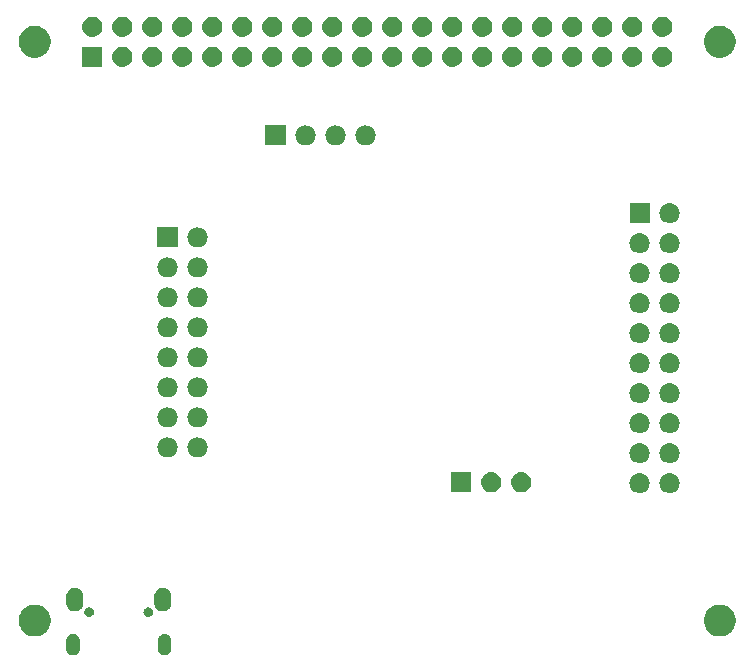
<source format=gbr>
G04 #@! TF.GenerationSoftware,KiCad,Pcbnew,(5.0.2)-1*
G04 #@! TF.CreationDate,2019-10-19T09:58:34-04:00*
G04 #@! TF.ProjectId,RPI_PSOC5,5250495f-5053-44f4-9335-2e6b69636164,X1*
G04 #@! TF.SameCoordinates,Original*
G04 #@! TF.FileFunction,Soldermask,Bot*
G04 #@! TF.FilePolarity,Negative*
%FSLAX46Y46*%
G04 Gerber Fmt 4.6, Leading zero omitted, Abs format (unit mm)*
G04 Created by KiCad (PCBNEW (5.0.2)-1) date 10/19/2019 9:58:34 AM*
%MOMM*%
%LPD*%
G01*
G04 APERTURE LIST*
%ADD10C,0.150000*%
G04 APERTURE END LIST*
D10*
G36*
X6837715Y-53636319D02*
X6837718Y-53636320D01*
X6837719Y-53636320D01*
X6946107Y-53669199D01*
X6946109Y-53669200D01*
X7045999Y-53722593D01*
X7096891Y-53764358D01*
X7133554Y-53794446D01*
X7179145Y-53850000D01*
X7205409Y-53882003D01*
X7258800Y-53981890D01*
X7291681Y-54090284D01*
X7300000Y-54174750D01*
X7300000Y-54881250D01*
X7291681Y-54965716D01*
X7258800Y-55074110D01*
X7205407Y-55174000D01*
X7133554Y-55261554D01*
X7046000Y-55333407D01*
X7045998Y-55333408D01*
X6946108Y-55386801D01*
X6837720Y-55419680D01*
X6837719Y-55419680D01*
X6837716Y-55419681D01*
X6725000Y-55430782D01*
X6612285Y-55419681D01*
X6612282Y-55419680D01*
X6612281Y-55419680D01*
X6503893Y-55386801D01*
X6404003Y-55333408D01*
X6404001Y-55333407D01*
X6316447Y-55261554D01*
X6244593Y-55174000D01*
X6191200Y-55074110D01*
X6158319Y-54965716D01*
X6150000Y-54881250D01*
X6150000Y-54174751D01*
X6158319Y-54090285D01*
X6158320Y-54090281D01*
X6191199Y-53981893D01*
X6244592Y-53882003D01*
X6244593Y-53882001D01*
X6286358Y-53831109D01*
X6316446Y-53794446D01*
X6404002Y-53722592D01*
X6404001Y-53722592D01*
X6404003Y-53722591D01*
X6503890Y-53669200D01*
X6503892Y-53669199D01*
X6612280Y-53636320D01*
X6612281Y-53636320D01*
X6612284Y-53636319D01*
X6725000Y-53625218D01*
X6837715Y-53636319D01*
X6837715Y-53636319D01*
G37*
G36*
X14587715Y-53636319D02*
X14587718Y-53636320D01*
X14587719Y-53636320D01*
X14696107Y-53669199D01*
X14696109Y-53669200D01*
X14795999Y-53722593D01*
X14846891Y-53764358D01*
X14883554Y-53794446D01*
X14929145Y-53850000D01*
X14955409Y-53882003D01*
X15008800Y-53981890D01*
X15041681Y-54090284D01*
X15050000Y-54174750D01*
X15050000Y-54881250D01*
X15041681Y-54965716D01*
X15008800Y-55074110D01*
X14955407Y-55174000D01*
X14883554Y-55261554D01*
X14796000Y-55333407D01*
X14795998Y-55333408D01*
X14696108Y-55386801D01*
X14587720Y-55419680D01*
X14587719Y-55419680D01*
X14587716Y-55419681D01*
X14475000Y-55430782D01*
X14362285Y-55419681D01*
X14362282Y-55419680D01*
X14362281Y-55419680D01*
X14253893Y-55386801D01*
X14154003Y-55333408D01*
X14154001Y-55333407D01*
X14066447Y-55261554D01*
X13994593Y-55174000D01*
X13941200Y-55074110D01*
X13908319Y-54965716D01*
X13900000Y-54881250D01*
X13900000Y-54174751D01*
X13908319Y-54090285D01*
X13908320Y-54090281D01*
X13941199Y-53981893D01*
X13994592Y-53882003D01*
X13994593Y-53882001D01*
X14036358Y-53831109D01*
X14066446Y-53794446D01*
X14154002Y-53722592D01*
X14154001Y-53722592D01*
X14154003Y-53722591D01*
X14253890Y-53669200D01*
X14253892Y-53669199D01*
X14362280Y-53636320D01*
X14362281Y-53636320D01*
X14362284Y-53636319D01*
X14475000Y-53625218D01*
X14587715Y-53636319D01*
X14587715Y-53636319D01*
G37*
G36*
X61893778Y-51201879D02*
X62139466Y-51303646D01*
X62360578Y-51451389D01*
X62548611Y-51639422D01*
X62696354Y-51860534D01*
X62798121Y-52106222D01*
X62850000Y-52367035D01*
X62850000Y-52632965D01*
X62798121Y-52893778D01*
X62696354Y-53139466D01*
X62548611Y-53360578D01*
X62360578Y-53548611D01*
X62139466Y-53696354D01*
X61893778Y-53798121D01*
X61632965Y-53850000D01*
X61367035Y-53850000D01*
X61106222Y-53798121D01*
X60860534Y-53696354D01*
X60639422Y-53548611D01*
X60451389Y-53360578D01*
X60303646Y-53139466D01*
X60201879Y-52893778D01*
X60150000Y-52632965D01*
X60150000Y-52367035D01*
X60201879Y-52106222D01*
X60303646Y-51860534D01*
X60451389Y-51639422D01*
X60639422Y-51451389D01*
X60860534Y-51303646D01*
X61106222Y-51201879D01*
X61367035Y-51150000D01*
X61632965Y-51150000D01*
X61893778Y-51201879D01*
X61893778Y-51201879D01*
G37*
G36*
X3893778Y-51201879D02*
X4139466Y-51303646D01*
X4360578Y-51451389D01*
X4548611Y-51639422D01*
X4696354Y-51860534D01*
X4798121Y-52106222D01*
X4850000Y-52367035D01*
X4850000Y-52632965D01*
X4798121Y-52893778D01*
X4696354Y-53139466D01*
X4548611Y-53360578D01*
X4360578Y-53548611D01*
X4139466Y-53696354D01*
X3893778Y-53798121D01*
X3632965Y-53850000D01*
X3367035Y-53850000D01*
X3106222Y-53798121D01*
X2860534Y-53696354D01*
X2639422Y-53548611D01*
X2451389Y-53360578D01*
X2303646Y-53139466D01*
X2201879Y-52893778D01*
X2150000Y-52632965D01*
X2150000Y-52367035D01*
X2201879Y-52106222D01*
X2303646Y-51860534D01*
X2451389Y-51639422D01*
X2639422Y-51451389D01*
X2860534Y-51303646D01*
X3106222Y-51201879D01*
X3367035Y-51150000D01*
X3632965Y-51150000D01*
X3893778Y-51201879D01*
X3893778Y-51201879D01*
G37*
G36*
X8178414Y-51383788D02*
X8253814Y-51406660D01*
X8323303Y-51443803D01*
X8384211Y-51493789D01*
X8434197Y-51554697D01*
X8471340Y-51624186D01*
X8494212Y-51699586D01*
X8501935Y-51778000D01*
X8494212Y-51856414D01*
X8471340Y-51931814D01*
X8434197Y-52001303D01*
X8384211Y-52062211D01*
X8323303Y-52112197D01*
X8253814Y-52149340D01*
X8178414Y-52172212D01*
X8119647Y-52178000D01*
X8080353Y-52178000D01*
X8021586Y-52172212D01*
X7946186Y-52149340D01*
X7876697Y-52112197D01*
X7815789Y-52062211D01*
X7765803Y-52001303D01*
X7728660Y-51931814D01*
X7705788Y-51856414D01*
X7698065Y-51778000D01*
X7705788Y-51699586D01*
X7728660Y-51624186D01*
X7765803Y-51554697D01*
X7815789Y-51493789D01*
X7876697Y-51443803D01*
X7946186Y-51406660D01*
X8021586Y-51383788D01*
X8080353Y-51378000D01*
X8119647Y-51378000D01*
X8178414Y-51383788D01*
X8178414Y-51383788D01*
G37*
G36*
X13178414Y-51383788D02*
X13253814Y-51406660D01*
X13323303Y-51443803D01*
X13384211Y-51493789D01*
X13434197Y-51554697D01*
X13471340Y-51624186D01*
X13494212Y-51699586D01*
X13501935Y-51778000D01*
X13494212Y-51856414D01*
X13471340Y-51931814D01*
X13434197Y-52001303D01*
X13384211Y-52062211D01*
X13323303Y-52112197D01*
X13253814Y-52149340D01*
X13178414Y-52172212D01*
X13119647Y-52178000D01*
X13080353Y-52178000D01*
X13021586Y-52172212D01*
X12946186Y-52149340D01*
X12876697Y-52112197D01*
X12815789Y-52062211D01*
X12765803Y-52001303D01*
X12728660Y-51931814D01*
X12705788Y-51856414D01*
X12698065Y-51778000D01*
X12705788Y-51699586D01*
X12728660Y-51624186D01*
X12765803Y-51554697D01*
X12815789Y-51493789D01*
X12876697Y-51443803D01*
X12946186Y-51406660D01*
X13021586Y-51383788D01*
X13080353Y-51378000D01*
X13119647Y-51378000D01*
X13178414Y-51383788D01*
X13178414Y-51383788D01*
G37*
G36*
X7017124Y-49738491D02*
X7108233Y-49766128D01*
X7153788Y-49779947D01*
X7279737Y-49847269D01*
X7390132Y-49937868D01*
X7480731Y-50048262D01*
X7548053Y-50174211D01*
X7561872Y-50219766D01*
X7589509Y-50310875D01*
X7600000Y-50417393D01*
X7600000Y-51038607D01*
X7589509Y-51145125D01*
X7561872Y-51236234D01*
X7548053Y-51281789D01*
X7480731Y-51407738D01*
X7390132Y-51518132D01*
X7279738Y-51608731D01*
X7153789Y-51676053D01*
X7108234Y-51689872D01*
X7017125Y-51717509D01*
X6922375Y-51726841D01*
X6875001Y-51731507D01*
X6875000Y-51731507D01*
X6732876Y-51717509D01*
X6641767Y-51689872D01*
X6596212Y-51676053D01*
X6470263Y-51608731D01*
X6359869Y-51518132D01*
X6269272Y-51407740D01*
X6268695Y-51406661D01*
X6201947Y-51281788D01*
X6160491Y-51145125D01*
X6150000Y-51038607D01*
X6150000Y-50417394D01*
X6160491Y-50310876D01*
X6201947Y-50174213D01*
X6201947Y-50174212D01*
X6269269Y-50048263D01*
X6359868Y-49937868D01*
X6470262Y-49847269D01*
X6596211Y-49779947D01*
X6641766Y-49766128D01*
X6732875Y-49738491D01*
X6827625Y-49729159D01*
X6874999Y-49724493D01*
X6875000Y-49724493D01*
X7017124Y-49738491D01*
X7017124Y-49738491D01*
G37*
G36*
X14467124Y-49738491D02*
X14558233Y-49766128D01*
X14603788Y-49779947D01*
X14729737Y-49847269D01*
X14840132Y-49937868D01*
X14930731Y-50048262D01*
X14998053Y-50174211D01*
X15011872Y-50219766D01*
X15039509Y-50310875D01*
X15050000Y-50417393D01*
X15050000Y-51038607D01*
X15039509Y-51145125D01*
X15011872Y-51236234D01*
X14998053Y-51281789D01*
X14930731Y-51407738D01*
X14840132Y-51518132D01*
X14729738Y-51608731D01*
X14603789Y-51676053D01*
X14558234Y-51689872D01*
X14467125Y-51717509D01*
X14372375Y-51726841D01*
X14325001Y-51731507D01*
X14325000Y-51731507D01*
X14182876Y-51717509D01*
X14091767Y-51689872D01*
X14046212Y-51676053D01*
X13920263Y-51608731D01*
X13809869Y-51518132D01*
X13719272Y-51407740D01*
X13718695Y-51406661D01*
X13651947Y-51281788D01*
X13610491Y-51145125D01*
X13600000Y-51038607D01*
X13600000Y-50417394D01*
X13610491Y-50310876D01*
X13651947Y-50174213D01*
X13651947Y-50174212D01*
X13719269Y-50048263D01*
X13809868Y-49937868D01*
X13920262Y-49847269D01*
X14046211Y-49779947D01*
X14091766Y-49766128D01*
X14182875Y-49738491D01*
X14277625Y-49729159D01*
X14324999Y-49724493D01*
X14325000Y-49724493D01*
X14467124Y-49738491D01*
X14467124Y-49738491D01*
G37*
G36*
X54870373Y-40034891D02*
X55030598Y-40083495D01*
X55178263Y-40162423D01*
X55307692Y-40268643D01*
X55413912Y-40398072D01*
X55492840Y-40545737D01*
X55541444Y-40705962D01*
X55557855Y-40872592D01*
X55541444Y-41039222D01*
X55492840Y-41199447D01*
X55413912Y-41347112D01*
X55307692Y-41476541D01*
X55178263Y-41582761D01*
X55030598Y-41661689D01*
X54870373Y-41710293D01*
X54745495Y-41722592D01*
X54661991Y-41722592D01*
X54537113Y-41710293D01*
X54376888Y-41661689D01*
X54229223Y-41582761D01*
X54099794Y-41476541D01*
X53993574Y-41347112D01*
X53914646Y-41199447D01*
X53866042Y-41039222D01*
X53849631Y-40872592D01*
X53866042Y-40705962D01*
X53914646Y-40545737D01*
X53993574Y-40398072D01*
X54099794Y-40268643D01*
X54229223Y-40162423D01*
X54376888Y-40083495D01*
X54537113Y-40034891D01*
X54661991Y-40022592D01*
X54745495Y-40022592D01*
X54870373Y-40034891D01*
X54870373Y-40034891D01*
G37*
G36*
X57410373Y-40034891D02*
X57570598Y-40083495D01*
X57718263Y-40162423D01*
X57847692Y-40268643D01*
X57953912Y-40398072D01*
X58032840Y-40545737D01*
X58081444Y-40705962D01*
X58097855Y-40872592D01*
X58081444Y-41039222D01*
X58032840Y-41199447D01*
X57953912Y-41347112D01*
X57847692Y-41476541D01*
X57718263Y-41582761D01*
X57570598Y-41661689D01*
X57410373Y-41710293D01*
X57285495Y-41722592D01*
X57201991Y-41722592D01*
X57077113Y-41710293D01*
X56916888Y-41661689D01*
X56769223Y-41582761D01*
X56639794Y-41476541D01*
X56533574Y-41347112D01*
X56454646Y-41199447D01*
X56406042Y-41039222D01*
X56389631Y-40872592D01*
X56406042Y-40705962D01*
X56454646Y-40545737D01*
X56533574Y-40398072D01*
X56639794Y-40268643D01*
X56769223Y-40162423D01*
X56916888Y-40083495D01*
X57077113Y-40034891D01*
X57201991Y-40022592D01*
X57285495Y-40022592D01*
X57410373Y-40034891D01*
X57410373Y-40034891D01*
G37*
G36*
X40450000Y-41650000D02*
X38750000Y-41650000D01*
X38750000Y-39950000D01*
X40450000Y-39950000D01*
X40450000Y-41650000D01*
X40450000Y-41650000D01*
G37*
G36*
X42306630Y-39962299D02*
X42466855Y-40010903D01*
X42614520Y-40089831D01*
X42743949Y-40196051D01*
X42850169Y-40325480D01*
X42929097Y-40473145D01*
X42977701Y-40633370D01*
X42994112Y-40800000D01*
X42977701Y-40966630D01*
X42929097Y-41126855D01*
X42850169Y-41274520D01*
X42743949Y-41403949D01*
X42614520Y-41510169D01*
X42466855Y-41589097D01*
X42306630Y-41637701D01*
X42181752Y-41650000D01*
X42098248Y-41650000D01*
X41973370Y-41637701D01*
X41813145Y-41589097D01*
X41665480Y-41510169D01*
X41536051Y-41403949D01*
X41429831Y-41274520D01*
X41350903Y-41126855D01*
X41302299Y-40966630D01*
X41285888Y-40800000D01*
X41302299Y-40633370D01*
X41350903Y-40473145D01*
X41429831Y-40325480D01*
X41536051Y-40196051D01*
X41665480Y-40089831D01*
X41813145Y-40010903D01*
X41973370Y-39962299D01*
X42098248Y-39950000D01*
X42181752Y-39950000D01*
X42306630Y-39962299D01*
X42306630Y-39962299D01*
G37*
G36*
X44846630Y-39962299D02*
X45006855Y-40010903D01*
X45154520Y-40089831D01*
X45283949Y-40196051D01*
X45390169Y-40325480D01*
X45469097Y-40473145D01*
X45517701Y-40633370D01*
X45534112Y-40800000D01*
X45517701Y-40966630D01*
X45469097Y-41126855D01*
X45390169Y-41274520D01*
X45283949Y-41403949D01*
X45154520Y-41510169D01*
X45006855Y-41589097D01*
X44846630Y-41637701D01*
X44721752Y-41650000D01*
X44638248Y-41650000D01*
X44513370Y-41637701D01*
X44353145Y-41589097D01*
X44205480Y-41510169D01*
X44076051Y-41403949D01*
X43969831Y-41274520D01*
X43890903Y-41126855D01*
X43842299Y-40966630D01*
X43825888Y-40800000D01*
X43842299Y-40633370D01*
X43890903Y-40473145D01*
X43969831Y-40325480D01*
X44076051Y-40196051D01*
X44205480Y-40089831D01*
X44353145Y-40010903D01*
X44513370Y-39962299D01*
X44638248Y-39950000D01*
X44721752Y-39950000D01*
X44846630Y-39962299D01*
X44846630Y-39962299D01*
G37*
G36*
X57410373Y-37494891D02*
X57570598Y-37543495D01*
X57718263Y-37622423D01*
X57847692Y-37728643D01*
X57953912Y-37858072D01*
X58032840Y-38005737D01*
X58081444Y-38165962D01*
X58097855Y-38332592D01*
X58081444Y-38499222D01*
X58032840Y-38659447D01*
X57953912Y-38807112D01*
X57847692Y-38936541D01*
X57718263Y-39042761D01*
X57570598Y-39121689D01*
X57410373Y-39170293D01*
X57285495Y-39182592D01*
X57201991Y-39182592D01*
X57077113Y-39170293D01*
X56916888Y-39121689D01*
X56769223Y-39042761D01*
X56639794Y-38936541D01*
X56533574Y-38807112D01*
X56454646Y-38659447D01*
X56406042Y-38499222D01*
X56389631Y-38332592D01*
X56406042Y-38165962D01*
X56454646Y-38005737D01*
X56533574Y-37858072D01*
X56639794Y-37728643D01*
X56769223Y-37622423D01*
X56916888Y-37543495D01*
X57077113Y-37494891D01*
X57201991Y-37482592D01*
X57285495Y-37482592D01*
X57410373Y-37494891D01*
X57410373Y-37494891D01*
G37*
G36*
X54870373Y-37494891D02*
X55030598Y-37543495D01*
X55178263Y-37622423D01*
X55307692Y-37728643D01*
X55413912Y-37858072D01*
X55492840Y-38005737D01*
X55541444Y-38165962D01*
X55557855Y-38332592D01*
X55541444Y-38499222D01*
X55492840Y-38659447D01*
X55413912Y-38807112D01*
X55307692Y-38936541D01*
X55178263Y-39042761D01*
X55030598Y-39121689D01*
X54870373Y-39170293D01*
X54745495Y-39182592D01*
X54661991Y-39182592D01*
X54537113Y-39170293D01*
X54376888Y-39121689D01*
X54229223Y-39042761D01*
X54099794Y-38936541D01*
X53993574Y-38807112D01*
X53914646Y-38659447D01*
X53866042Y-38499222D01*
X53849631Y-38332592D01*
X53866042Y-38165962D01*
X53914646Y-38005737D01*
X53993574Y-37858072D01*
X54099794Y-37728643D01*
X54229223Y-37622423D01*
X54376888Y-37543495D01*
X54537113Y-37494891D01*
X54661991Y-37482592D01*
X54745495Y-37482592D01*
X54870373Y-37494891D01*
X54870373Y-37494891D01*
G37*
G36*
X17438630Y-37008299D02*
X17598855Y-37056903D01*
X17746520Y-37135831D01*
X17875949Y-37242051D01*
X17982169Y-37371480D01*
X18061097Y-37519145D01*
X18109701Y-37679370D01*
X18126112Y-37846000D01*
X18109701Y-38012630D01*
X18061097Y-38172855D01*
X17982169Y-38320520D01*
X17875949Y-38449949D01*
X17746520Y-38556169D01*
X17598855Y-38635097D01*
X17438630Y-38683701D01*
X17313752Y-38696000D01*
X17230248Y-38696000D01*
X17105370Y-38683701D01*
X16945145Y-38635097D01*
X16797480Y-38556169D01*
X16668051Y-38449949D01*
X16561831Y-38320520D01*
X16482903Y-38172855D01*
X16434299Y-38012630D01*
X16417888Y-37846000D01*
X16434299Y-37679370D01*
X16482903Y-37519145D01*
X16561831Y-37371480D01*
X16668051Y-37242051D01*
X16797480Y-37135831D01*
X16945145Y-37056903D01*
X17105370Y-37008299D01*
X17230248Y-36996000D01*
X17313752Y-36996000D01*
X17438630Y-37008299D01*
X17438630Y-37008299D01*
G37*
G36*
X14898630Y-37008299D02*
X15058855Y-37056903D01*
X15206520Y-37135831D01*
X15335949Y-37242051D01*
X15442169Y-37371480D01*
X15521097Y-37519145D01*
X15569701Y-37679370D01*
X15586112Y-37846000D01*
X15569701Y-38012630D01*
X15521097Y-38172855D01*
X15442169Y-38320520D01*
X15335949Y-38449949D01*
X15206520Y-38556169D01*
X15058855Y-38635097D01*
X14898630Y-38683701D01*
X14773752Y-38696000D01*
X14690248Y-38696000D01*
X14565370Y-38683701D01*
X14405145Y-38635097D01*
X14257480Y-38556169D01*
X14128051Y-38449949D01*
X14021831Y-38320520D01*
X13942903Y-38172855D01*
X13894299Y-38012630D01*
X13877888Y-37846000D01*
X13894299Y-37679370D01*
X13942903Y-37519145D01*
X14021831Y-37371480D01*
X14128051Y-37242051D01*
X14257480Y-37135831D01*
X14405145Y-37056903D01*
X14565370Y-37008299D01*
X14690248Y-36996000D01*
X14773752Y-36996000D01*
X14898630Y-37008299D01*
X14898630Y-37008299D01*
G37*
G36*
X57410373Y-34954891D02*
X57570598Y-35003495D01*
X57718263Y-35082423D01*
X57847692Y-35188643D01*
X57953912Y-35318072D01*
X58032840Y-35465737D01*
X58081444Y-35625962D01*
X58097855Y-35792592D01*
X58081444Y-35959222D01*
X58032840Y-36119447D01*
X57953912Y-36267112D01*
X57847692Y-36396541D01*
X57718263Y-36502761D01*
X57570598Y-36581689D01*
X57410373Y-36630293D01*
X57285495Y-36642592D01*
X57201991Y-36642592D01*
X57077113Y-36630293D01*
X56916888Y-36581689D01*
X56769223Y-36502761D01*
X56639794Y-36396541D01*
X56533574Y-36267112D01*
X56454646Y-36119447D01*
X56406042Y-35959222D01*
X56389631Y-35792592D01*
X56406042Y-35625962D01*
X56454646Y-35465737D01*
X56533574Y-35318072D01*
X56639794Y-35188643D01*
X56769223Y-35082423D01*
X56916888Y-35003495D01*
X57077113Y-34954891D01*
X57201991Y-34942592D01*
X57285495Y-34942592D01*
X57410373Y-34954891D01*
X57410373Y-34954891D01*
G37*
G36*
X54870373Y-34954891D02*
X55030598Y-35003495D01*
X55178263Y-35082423D01*
X55307692Y-35188643D01*
X55413912Y-35318072D01*
X55492840Y-35465737D01*
X55541444Y-35625962D01*
X55557855Y-35792592D01*
X55541444Y-35959222D01*
X55492840Y-36119447D01*
X55413912Y-36267112D01*
X55307692Y-36396541D01*
X55178263Y-36502761D01*
X55030598Y-36581689D01*
X54870373Y-36630293D01*
X54745495Y-36642592D01*
X54661991Y-36642592D01*
X54537113Y-36630293D01*
X54376888Y-36581689D01*
X54229223Y-36502761D01*
X54099794Y-36396541D01*
X53993574Y-36267112D01*
X53914646Y-36119447D01*
X53866042Y-35959222D01*
X53849631Y-35792592D01*
X53866042Y-35625962D01*
X53914646Y-35465737D01*
X53993574Y-35318072D01*
X54099794Y-35188643D01*
X54229223Y-35082423D01*
X54376888Y-35003495D01*
X54537113Y-34954891D01*
X54661991Y-34942592D01*
X54745495Y-34942592D01*
X54870373Y-34954891D01*
X54870373Y-34954891D01*
G37*
G36*
X17438630Y-34468299D02*
X17598855Y-34516903D01*
X17746520Y-34595831D01*
X17875949Y-34702051D01*
X17982169Y-34831480D01*
X18061097Y-34979145D01*
X18109701Y-35139370D01*
X18126112Y-35306000D01*
X18109701Y-35472630D01*
X18061097Y-35632855D01*
X17982169Y-35780520D01*
X17875949Y-35909949D01*
X17746520Y-36016169D01*
X17598855Y-36095097D01*
X17438630Y-36143701D01*
X17313752Y-36156000D01*
X17230248Y-36156000D01*
X17105370Y-36143701D01*
X16945145Y-36095097D01*
X16797480Y-36016169D01*
X16668051Y-35909949D01*
X16561831Y-35780520D01*
X16482903Y-35632855D01*
X16434299Y-35472630D01*
X16417888Y-35306000D01*
X16434299Y-35139370D01*
X16482903Y-34979145D01*
X16561831Y-34831480D01*
X16668051Y-34702051D01*
X16797480Y-34595831D01*
X16945145Y-34516903D01*
X17105370Y-34468299D01*
X17230248Y-34456000D01*
X17313752Y-34456000D01*
X17438630Y-34468299D01*
X17438630Y-34468299D01*
G37*
G36*
X14898630Y-34468299D02*
X15058855Y-34516903D01*
X15206520Y-34595831D01*
X15335949Y-34702051D01*
X15442169Y-34831480D01*
X15521097Y-34979145D01*
X15569701Y-35139370D01*
X15586112Y-35306000D01*
X15569701Y-35472630D01*
X15521097Y-35632855D01*
X15442169Y-35780520D01*
X15335949Y-35909949D01*
X15206520Y-36016169D01*
X15058855Y-36095097D01*
X14898630Y-36143701D01*
X14773752Y-36156000D01*
X14690248Y-36156000D01*
X14565370Y-36143701D01*
X14405145Y-36095097D01*
X14257480Y-36016169D01*
X14128051Y-35909949D01*
X14021831Y-35780520D01*
X13942903Y-35632855D01*
X13894299Y-35472630D01*
X13877888Y-35306000D01*
X13894299Y-35139370D01*
X13942903Y-34979145D01*
X14021831Y-34831480D01*
X14128051Y-34702051D01*
X14257480Y-34595831D01*
X14405145Y-34516903D01*
X14565370Y-34468299D01*
X14690248Y-34456000D01*
X14773752Y-34456000D01*
X14898630Y-34468299D01*
X14898630Y-34468299D01*
G37*
G36*
X54870373Y-32414891D02*
X55030598Y-32463495D01*
X55178263Y-32542423D01*
X55307692Y-32648643D01*
X55413912Y-32778072D01*
X55492840Y-32925737D01*
X55541444Y-33085962D01*
X55557855Y-33252592D01*
X55541444Y-33419222D01*
X55492840Y-33579447D01*
X55413912Y-33727112D01*
X55307692Y-33856541D01*
X55178263Y-33962761D01*
X55030598Y-34041689D01*
X54870373Y-34090293D01*
X54745495Y-34102592D01*
X54661991Y-34102592D01*
X54537113Y-34090293D01*
X54376888Y-34041689D01*
X54229223Y-33962761D01*
X54099794Y-33856541D01*
X53993574Y-33727112D01*
X53914646Y-33579447D01*
X53866042Y-33419222D01*
X53849631Y-33252592D01*
X53866042Y-33085962D01*
X53914646Y-32925737D01*
X53993574Y-32778072D01*
X54099794Y-32648643D01*
X54229223Y-32542423D01*
X54376888Y-32463495D01*
X54537113Y-32414891D01*
X54661991Y-32402592D01*
X54745495Y-32402592D01*
X54870373Y-32414891D01*
X54870373Y-32414891D01*
G37*
G36*
X57410373Y-32414891D02*
X57570598Y-32463495D01*
X57718263Y-32542423D01*
X57847692Y-32648643D01*
X57953912Y-32778072D01*
X58032840Y-32925737D01*
X58081444Y-33085962D01*
X58097855Y-33252592D01*
X58081444Y-33419222D01*
X58032840Y-33579447D01*
X57953912Y-33727112D01*
X57847692Y-33856541D01*
X57718263Y-33962761D01*
X57570598Y-34041689D01*
X57410373Y-34090293D01*
X57285495Y-34102592D01*
X57201991Y-34102592D01*
X57077113Y-34090293D01*
X56916888Y-34041689D01*
X56769223Y-33962761D01*
X56639794Y-33856541D01*
X56533574Y-33727112D01*
X56454646Y-33579447D01*
X56406042Y-33419222D01*
X56389631Y-33252592D01*
X56406042Y-33085962D01*
X56454646Y-32925737D01*
X56533574Y-32778072D01*
X56639794Y-32648643D01*
X56769223Y-32542423D01*
X56916888Y-32463495D01*
X57077113Y-32414891D01*
X57201991Y-32402592D01*
X57285495Y-32402592D01*
X57410373Y-32414891D01*
X57410373Y-32414891D01*
G37*
G36*
X17438630Y-31928299D02*
X17598855Y-31976903D01*
X17746520Y-32055831D01*
X17875949Y-32162051D01*
X17982169Y-32291480D01*
X18061097Y-32439145D01*
X18109701Y-32599370D01*
X18126112Y-32766000D01*
X18109701Y-32932630D01*
X18061097Y-33092855D01*
X17982169Y-33240520D01*
X17875949Y-33369949D01*
X17746520Y-33476169D01*
X17598855Y-33555097D01*
X17438630Y-33603701D01*
X17313752Y-33616000D01*
X17230248Y-33616000D01*
X17105370Y-33603701D01*
X16945145Y-33555097D01*
X16797480Y-33476169D01*
X16668051Y-33369949D01*
X16561831Y-33240520D01*
X16482903Y-33092855D01*
X16434299Y-32932630D01*
X16417888Y-32766000D01*
X16434299Y-32599370D01*
X16482903Y-32439145D01*
X16561831Y-32291480D01*
X16668051Y-32162051D01*
X16797480Y-32055831D01*
X16945145Y-31976903D01*
X17105370Y-31928299D01*
X17230248Y-31916000D01*
X17313752Y-31916000D01*
X17438630Y-31928299D01*
X17438630Y-31928299D01*
G37*
G36*
X14898630Y-31928299D02*
X15058855Y-31976903D01*
X15206520Y-32055831D01*
X15335949Y-32162051D01*
X15442169Y-32291480D01*
X15521097Y-32439145D01*
X15569701Y-32599370D01*
X15586112Y-32766000D01*
X15569701Y-32932630D01*
X15521097Y-33092855D01*
X15442169Y-33240520D01*
X15335949Y-33369949D01*
X15206520Y-33476169D01*
X15058855Y-33555097D01*
X14898630Y-33603701D01*
X14773752Y-33616000D01*
X14690248Y-33616000D01*
X14565370Y-33603701D01*
X14405145Y-33555097D01*
X14257480Y-33476169D01*
X14128051Y-33369949D01*
X14021831Y-33240520D01*
X13942903Y-33092855D01*
X13894299Y-32932630D01*
X13877888Y-32766000D01*
X13894299Y-32599370D01*
X13942903Y-32439145D01*
X14021831Y-32291480D01*
X14128051Y-32162051D01*
X14257480Y-32055831D01*
X14405145Y-31976903D01*
X14565370Y-31928299D01*
X14690248Y-31916000D01*
X14773752Y-31916000D01*
X14898630Y-31928299D01*
X14898630Y-31928299D01*
G37*
G36*
X54870373Y-29874891D02*
X55030598Y-29923495D01*
X55178263Y-30002423D01*
X55307692Y-30108643D01*
X55413912Y-30238072D01*
X55492840Y-30385737D01*
X55541444Y-30545962D01*
X55557855Y-30712592D01*
X55541444Y-30879222D01*
X55492840Y-31039447D01*
X55413912Y-31187112D01*
X55307692Y-31316541D01*
X55178263Y-31422761D01*
X55030598Y-31501689D01*
X54870373Y-31550293D01*
X54745495Y-31562592D01*
X54661991Y-31562592D01*
X54537113Y-31550293D01*
X54376888Y-31501689D01*
X54229223Y-31422761D01*
X54099794Y-31316541D01*
X53993574Y-31187112D01*
X53914646Y-31039447D01*
X53866042Y-30879222D01*
X53849631Y-30712592D01*
X53866042Y-30545962D01*
X53914646Y-30385737D01*
X53993574Y-30238072D01*
X54099794Y-30108643D01*
X54229223Y-30002423D01*
X54376888Y-29923495D01*
X54537113Y-29874891D01*
X54661991Y-29862592D01*
X54745495Y-29862592D01*
X54870373Y-29874891D01*
X54870373Y-29874891D01*
G37*
G36*
X57410373Y-29874891D02*
X57570598Y-29923495D01*
X57718263Y-30002423D01*
X57847692Y-30108643D01*
X57953912Y-30238072D01*
X58032840Y-30385737D01*
X58081444Y-30545962D01*
X58097855Y-30712592D01*
X58081444Y-30879222D01*
X58032840Y-31039447D01*
X57953912Y-31187112D01*
X57847692Y-31316541D01*
X57718263Y-31422761D01*
X57570598Y-31501689D01*
X57410373Y-31550293D01*
X57285495Y-31562592D01*
X57201991Y-31562592D01*
X57077113Y-31550293D01*
X56916888Y-31501689D01*
X56769223Y-31422761D01*
X56639794Y-31316541D01*
X56533574Y-31187112D01*
X56454646Y-31039447D01*
X56406042Y-30879222D01*
X56389631Y-30712592D01*
X56406042Y-30545962D01*
X56454646Y-30385737D01*
X56533574Y-30238072D01*
X56639794Y-30108643D01*
X56769223Y-30002423D01*
X56916888Y-29923495D01*
X57077113Y-29874891D01*
X57201991Y-29862592D01*
X57285495Y-29862592D01*
X57410373Y-29874891D01*
X57410373Y-29874891D01*
G37*
G36*
X17438630Y-29388299D02*
X17598855Y-29436903D01*
X17746520Y-29515831D01*
X17875949Y-29622051D01*
X17982169Y-29751480D01*
X18061097Y-29899145D01*
X18109701Y-30059370D01*
X18126112Y-30226000D01*
X18109701Y-30392630D01*
X18061097Y-30552855D01*
X17982169Y-30700520D01*
X17875949Y-30829949D01*
X17746520Y-30936169D01*
X17598855Y-31015097D01*
X17438630Y-31063701D01*
X17313752Y-31076000D01*
X17230248Y-31076000D01*
X17105370Y-31063701D01*
X16945145Y-31015097D01*
X16797480Y-30936169D01*
X16668051Y-30829949D01*
X16561831Y-30700520D01*
X16482903Y-30552855D01*
X16434299Y-30392630D01*
X16417888Y-30226000D01*
X16434299Y-30059370D01*
X16482903Y-29899145D01*
X16561831Y-29751480D01*
X16668051Y-29622051D01*
X16797480Y-29515831D01*
X16945145Y-29436903D01*
X17105370Y-29388299D01*
X17230248Y-29376000D01*
X17313752Y-29376000D01*
X17438630Y-29388299D01*
X17438630Y-29388299D01*
G37*
G36*
X14898630Y-29388299D02*
X15058855Y-29436903D01*
X15206520Y-29515831D01*
X15335949Y-29622051D01*
X15442169Y-29751480D01*
X15521097Y-29899145D01*
X15569701Y-30059370D01*
X15586112Y-30226000D01*
X15569701Y-30392630D01*
X15521097Y-30552855D01*
X15442169Y-30700520D01*
X15335949Y-30829949D01*
X15206520Y-30936169D01*
X15058855Y-31015097D01*
X14898630Y-31063701D01*
X14773752Y-31076000D01*
X14690248Y-31076000D01*
X14565370Y-31063701D01*
X14405145Y-31015097D01*
X14257480Y-30936169D01*
X14128051Y-30829949D01*
X14021831Y-30700520D01*
X13942903Y-30552855D01*
X13894299Y-30392630D01*
X13877888Y-30226000D01*
X13894299Y-30059370D01*
X13942903Y-29899145D01*
X14021831Y-29751480D01*
X14128051Y-29622051D01*
X14257480Y-29515831D01*
X14405145Y-29436903D01*
X14565370Y-29388299D01*
X14690248Y-29376000D01*
X14773752Y-29376000D01*
X14898630Y-29388299D01*
X14898630Y-29388299D01*
G37*
G36*
X54870373Y-27334891D02*
X55030598Y-27383495D01*
X55178263Y-27462423D01*
X55307692Y-27568643D01*
X55413912Y-27698072D01*
X55492840Y-27845737D01*
X55541444Y-28005962D01*
X55557855Y-28172592D01*
X55541444Y-28339222D01*
X55492840Y-28499447D01*
X55413912Y-28647112D01*
X55307692Y-28776541D01*
X55178263Y-28882761D01*
X55030598Y-28961689D01*
X54870373Y-29010293D01*
X54745495Y-29022592D01*
X54661991Y-29022592D01*
X54537113Y-29010293D01*
X54376888Y-28961689D01*
X54229223Y-28882761D01*
X54099794Y-28776541D01*
X53993574Y-28647112D01*
X53914646Y-28499447D01*
X53866042Y-28339222D01*
X53849631Y-28172592D01*
X53866042Y-28005962D01*
X53914646Y-27845737D01*
X53993574Y-27698072D01*
X54099794Y-27568643D01*
X54229223Y-27462423D01*
X54376888Y-27383495D01*
X54537113Y-27334891D01*
X54661991Y-27322592D01*
X54745495Y-27322592D01*
X54870373Y-27334891D01*
X54870373Y-27334891D01*
G37*
G36*
X57410373Y-27334891D02*
X57570598Y-27383495D01*
X57718263Y-27462423D01*
X57847692Y-27568643D01*
X57953912Y-27698072D01*
X58032840Y-27845737D01*
X58081444Y-28005962D01*
X58097855Y-28172592D01*
X58081444Y-28339222D01*
X58032840Y-28499447D01*
X57953912Y-28647112D01*
X57847692Y-28776541D01*
X57718263Y-28882761D01*
X57570598Y-28961689D01*
X57410373Y-29010293D01*
X57285495Y-29022592D01*
X57201991Y-29022592D01*
X57077113Y-29010293D01*
X56916888Y-28961689D01*
X56769223Y-28882761D01*
X56639794Y-28776541D01*
X56533574Y-28647112D01*
X56454646Y-28499447D01*
X56406042Y-28339222D01*
X56389631Y-28172592D01*
X56406042Y-28005962D01*
X56454646Y-27845737D01*
X56533574Y-27698072D01*
X56639794Y-27568643D01*
X56769223Y-27462423D01*
X56916888Y-27383495D01*
X57077113Y-27334891D01*
X57201991Y-27322592D01*
X57285495Y-27322592D01*
X57410373Y-27334891D01*
X57410373Y-27334891D01*
G37*
G36*
X14898630Y-26848299D02*
X15058855Y-26896903D01*
X15206520Y-26975831D01*
X15335949Y-27082051D01*
X15442169Y-27211480D01*
X15521097Y-27359145D01*
X15569701Y-27519370D01*
X15586112Y-27686000D01*
X15569701Y-27852630D01*
X15521097Y-28012855D01*
X15442169Y-28160520D01*
X15335949Y-28289949D01*
X15206520Y-28396169D01*
X15058855Y-28475097D01*
X14898630Y-28523701D01*
X14773752Y-28536000D01*
X14690248Y-28536000D01*
X14565370Y-28523701D01*
X14405145Y-28475097D01*
X14257480Y-28396169D01*
X14128051Y-28289949D01*
X14021831Y-28160520D01*
X13942903Y-28012855D01*
X13894299Y-27852630D01*
X13877888Y-27686000D01*
X13894299Y-27519370D01*
X13942903Y-27359145D01*
X14021831Y-27211480D01*
X14128051Y-27082051D01*
X14257480Y-26975831D01*
X14405145Y-26896903D01*
X14565370Y-26848299D01*
X14690248Y-26836000D01*
X14773752Y-26836000D01*
X14898630Y-26848299D01*
X14898630Y-26848299D01*
G37*
G36*
X17438630Y-26848299D02*
X17598855Y-26896903D01*
X17746520Y-26975831D01*
X17875949Y-27082051D01*
X17982169Y-27211480D01*
X18061097Y-27359145D01*
X18109701Y-27519370D01*
X18126112Y-27686000D01*
X18109701Y-27852630D01*
X18061097Y-28012855D01*
X17982169Y-28160520D01*
X17875949Y-28289949D01*
X17746520Y-28396169D01*
X17598855Y-28475097D01*
X17438630Y-28523701D01*
X17313752Y-28536000D01*
X17230248Y-28536000D01*
X17105370Y-28523701D01*
X16945145Y-28475097D01*
X16797480Y-28396169D01*
X16668051Y-28289949D01*
X16561831Y-28160520D01*
X16482903Y-28012855D01*
X16434299Y-27852630D01*
X16417888Y-27686000D01*
X16434299Y-27519370D01*
X16482903Y-27359145D01*
X16561831Y-27211480D01*
X16668051Y-27082051D01*
X16797480Y-26975831D01*
X16945145Y-26896903D01*
X17105370Y-26848299D01*
X17230248Y-26836000D01*
X17313752Y-26836000D01*
X17438630Y-26848299D01*
X17438630Y-26848299D01*
G37*
G36*
X57410373Y-24794891D02*
X57570598Y-24843495D01*
X57718263Y-24922423D01*
X57847692Y-25028643D01*
X57953912Y-25158072D01*
X58032840Y-25305737D01*
X58081444Y-25465962D01*
X58097855Y-25632592D01*
X58081444Y-25799222D01*
X58032840Y-25959447D01*
X57953912Y-26107112D01*
X57847692Y-26236541D01*
X57718263Y-26342761D01*
X57570598Y-26421689D01*
X57410373Y-26470293D01*
X57285495Y-26482592D01*
X57201991Y-26482592D01*
X57077113Y-26470293D01*
X56916888Y-26421689D01*
X56769223Y-26342761D01*
X56639794Y-26236541D01*
X56533574Y-26107112D01*
X56454646Y-25959447D01*
X56406042Y-25799222D01*
X56389631Y-25632592D01*
X56406042Y-25465962D01*
X56454646Y-25305737D01*
X56533574Y-25158072D01*
X56639794Y-25028643D01*
X56769223Y-24922423D01*
X56916888Y-24843495D01*
X57077113Y-24794891D01*
X57201991Y-24782592D01*
X57285495Y-24782592D01*
X57410373Y-24794891D01*
X57410373Y-24794891D01*
G37*
G36*
X54870373Y-24794891D02*
X55030598Y-24843495D01*
X55178263Y-24922423D01*
X55307692Y-25028643D01*
X55413912Y-25158072D01*
X55492840Y-25305737D01*
X55541444Y-25465962D01*
X55557855Y-25632592D01*
X55541444Y-25799222D01*
X55492840Y-25959447D01*
X55413912Y-26107112D01*
X55307692Y-26236541D01*
X55178263Y-26342761D01*
X55030598Y-26421689D01*
X54870373Y-26470293D01*
X54745495Y-26482592D01*
X54661991Y-26482592D01*
X54537113Y-26470293D01*
X54376888Y-26421689D01*
X54229223Y-26342761D01*
X54099794Y-26236541D01*
X53993574Y-26107112D01*
X53914646Y-25959447D01*
X53866042Y-25799222D01*
X53849631Y-25632592D01*
X53866042Y-25465962D01*
X53914646Y-25305737D01*
X53993574Y-25158072D01*
X54099794Y-25028643D01*
X54229223Y-24922423D01*
X54376888Y-24843495D01*
X54537113Y-24794891D01*
X54661991Y-24782592D01*
X54745495Y-24782592D01*
X54870373Y-24794891D01*
X54870373Y-24794891D01*
G37*
G36*
X14898630Y-24308299D02*
X15058855Y-24356903D01*
X15206520Y-24435831D01*
X15335949Y-24542051D01*
X15442169Y-24671480D01*
X15521097Y-24819145D01*
X15569701Y-24979370D01*
X15586112Y-25146000D01*
X15569701Y-25312630D01*
X15521097Y-25472855D01*
X15442169Y-25620520D01*
X15335949Y-25749949D01*
X15206520Y-25856169D01*
X15058855Y-25935097D01*
X14898630Y-25983701D01*
X14773752Y-25996000D01*
X14690248Y-25996000D01*
X14565370Y-25983701D01*
X14405145Y-25935097D01*
X14257480Y-25856169D01*
X14128051Y-25749949D01*
X14021831Y-25620520D01*
X13942903Y-25472855D01*
X13894299Y-25312630D01*
X13877888Y-25146000D01*
X13894299Y-24979370D01*
X13942903Y-24819145D01*
X14021831Y-24671480D01*
X14128051Y-24542051D01*
X14257480Y-24435831D01*
X14405145Y-24356903D01*
X14565370Y-24308299D01*
X14690248Y-24296000D01*
X14773752Y-24296000D01*
X14898630Y-24308299D01*
X14898630Y-24308299D01*
G37*
G36*
X17438630Y-24308299D02*
X17598855Y-24356903D01*
X17746520Y-24435831D01*
X17875949Y-24542051D01*
X17982169Y-24671480D01*
X18061097Y-24819145D01*
X18109701Y-24979370D01*
X18126112Y-25146000D01*
X18109701Y-25312630D01*
X18061097Y-25472855D01*
X17982169Y-25620520D01*
X17875949Y-25749949D01*
X17746520Y-25856169D01*
X17598855Y-25935097D01*
X17438630Y-25983701D01*
X17313752Y-25996000D01*
X17230248Y-25996000D01*
X17105370Y-25983701D01*
X16945145Y-25935097D01*
X16797480Y-25856169D01*
X16668051Y-25749949D01*
X16561831Y-25620520D01*
X16482903Y-25472855D01*
X16434299Y-25312630D01*
X16417888Y-25146000D01*
X16434299Y-24979370D01*
X16482903Y-24819145D01*
X16561831Y-24671480D01*
X16668051Y-24542051D01*
X16797480Y-24435831D01*
X16945145Y-24356903D01*
X17105370Y-24308299D01*
X17230248Y-24296000D01*
X17313752Y-24296000D01*
X17438630Y-24308299D01*
X17438630Y-24308299D01*
G37*
G36*
X57410373Y-22254891D02*
X57570598Y-22303495D01*
X57718263Y-22382423D01*
X57847692Y-22488643D01*
X57953912Y-22618072D01*
X58032840Y-22765737D01*
X58081444Y-22925962D01*
X58097855Y-23092592D01*
X58081444Y-23259222D01*
X58032840Y-23419447D01*
X57953912Y-23567112D01*
X57847692Y-23696541D01*
X57718263Y-23802761D01*
X57570598Y-23881689D01*
X57410373Y-23930293D01*
X57285495Y-23942592D01*
X57201991Y-23942592D01*
X57077113Y-23930293D01*
X56916888Y-23881689D01*
X56769223Y-23802761D01*
X56639794Y-23696541D01*
X56533574Y-23567112D01*
X56454646Y-23419447D01*
X56406042Y-23259222D01*
X56389631Y-23092592D01*
X56406042Y-22925962D01*
X56454646Y-22765737D01*
X56533574Y-22618072D01*
X56639794Y-22488643D01*
X56769223Y-22382423D01*
X56916888Y-22303495D01*
X57077113Y-22254891D01*
X57201991Y-22242592D01*
X57285495Y-22242592D01*
X57410373Y-22254891D01*
X57410373Y-22254891D01*
G37*
G36*
X54870373Y-22254891D02*
X55030598Y-22303495D01*
X55178263Y-22382423D01*
X55307692Y-22488643D01*
X55413912Y-22618072D01*
X55492840Y-22765737D01*
X55541444Y-22925962D01*
X55557855Y-23092592D01*
X55541444Y-23259222D01*
X55492840Y-23419447D01*
X55413912Y-23567112D01*
X55307692Y-23696541D01*
X55178263Y-23802761D01*
X55030598Y-23881689D01*
X54870373Y-23930293D01*
X54745495Y-23942592D01*
X54661991Y-23942592D01*
X54537113Y-23930293D01*
X54376888Y-23881689D01*
X54229223Y-23802761D01*
X54099794Y-23696541D01*
X53993574Y-23567112D01*
X53914646Y-23419447D01*
X53866042Y-23259222D01*
X53849631Y-23092592D01*
X53866042Y-22925962D01*
X53914646Y-22765737D01*
X53993574Y-22618072D01*
X54099794Y-22488643D01*
X54229223Y-22382423D01*
X54376888Y-22303495D01*
X54537113Y-22254891D01*
X54661991Y-22242592D01*
X54745495Y-22242592D01*
X54870373Y-22254891D01*
X54870373Y-22254891D01*
G37*
G36*
X17438630Y-21768299D02*
X17598855Y-21816903D01*
X17746520Y-21895831D01*
X17875949Y-22002051D01*
X17982169Y-22131480D01*
X18061097Y-22279145D01*
X18109701Y-22439370D01*
X18126112Y-22606000D01*
X18109701Y-22772630D01*
X18061097Y-22932855D01*
X17982169Y-23080520D01*
X17875949Y-23209949D01*
X17746520Y-23316169D01*
X17598855Y-23395097D01*
X17438630Y-23443701D01*
X17313752Y-23456000D01*
X17230248Y-23456000D01*
X17105370Y-23443701D01*
X16945145Y-23395097D01*
X16797480Y-23316169D01*
X16668051Y-23209949D01*
X16561831Y-23080520D01*
X16482903Y-22932855D01*
X16434299Y-22772630D01*
X16417888Y-22606000D01*
X16434299Y-22439370D01*
X16482903Y-22279145D01*
X16561831Y-22131480D01*
X16668051Y-22002051D01*
X16797480Y-21895831D01*
X16945145Y-21816903D01*
X17105370Y-21768299D01*
X17230248Y-21756000D01*
X17313752Y-21756000D01*
X17438630Y-21768299D01*
X17438630Y-21768299D01*
G37*
G36*
X14898630Y-21768299D02*
X15058855Y-21816903D01*
X15206520Y-21895831D01*
X15335949Y-22002051D01*
X15442169Y-22131480D01*
X15521097Y-22279145D01*
X15569701Y-22439370D01*
X15586112Y-22606000D01*
X15569701Y-22772630D01*
X15521097Y-22932855D01*
X15442169Y-23080520D01*
X15335949Y-23209949D01*
X15206520Y-23316169D01*
X15058855Y-23395097D01*
X14898630Y-23443701D01*
X14773752Y-23456000D01*
X14690248Y-23456000D01*
X14565370Y-23443701D01*
X14405145Y-23395097D01*
X14257480Y-23316169D01*
X14128051Y-23209949D01*
X14021831Y-23080520D01*
X13942903Y-22932855D01*
X13894299Y-22772630D01*
X13877888Y-22606000D01*
X13894299Y-22439370D01*
X13942903Y-22279145D01*
X14021831Y-22131480D01*
X14128051Y-22002051D01*
X14257480Y-21895831D01*
X14405145Y-21816903D01*
X14565370Y-21768299D01*
X14690248Y-21756000D01*
X14773752Y-21756000D01*
X14898630Y-21768299D01*
X14898630Y-21768299D01*
G37*
G36*
X54870373Y-19714891D02*
X55030598Y-19763495D01*
X55178263Y-19842423D01*
X55307692Y-19948643D01*
X55413912Y-20078072D01*
X55492840Y-20225737D01*
X55541444Y-20385962D01*
X55557855Y-20552592D01*
X55541444Y-20719222D01*
X55492840Y-20879447D01*
X55413912Y-21027112D01*
X55307692Y-21156541D01*
X55178263Y-21262761D01*
X55030598Y-21341689D01*
X54870373Y-21390293D01*
X54745495Y-21402592D01*
X54661991Y-21402592D01*
X54537113Y-21390293D01*
X54376888Y-21341689D01*
X54229223Y-21262761D01*
X54099794Y-21156541D01*
X53993574Y-21027112D01*
X53914646Y-20879447D01*
X53866042Y-20719222D01*
X53849631Y-20552592D01*
X53866042Y-20385962D01*
X53914646Y-20225737D01*
X53993574Y-20078072D01*
X54099794Y-19948643D01*
X54229223Y-19842423D01*
X54376888Y-19763495D01*
X54537113Y-19714891D01*
X54661991Y-19702592D01*
X54745495Y-19702592D01*
X54870373Y-19714891D01*
X54870373Y-19714891D01*
G37*
G36*
X57410373Y-19714891D02*
X57570598Y-19763495D01*
X57718263Y-19842423D01*
X57847692Y-19948643D01*
X57953912Y-20078072D01*
X58032840Y-20225737D01*
X58081444Y-20385962D01*
X58097855Y-20552592D01*
X58081444Y-20719222D01*
X58032840Y-20879447D01*
X57953912Y-21027112D01*
X57847692Y-21156541D01*
X57718263Y-21262761D01*
X57570598Y-21341689D01*
X57410373Y-21390293D01*
X57285495Y-21402592D01*
X57201991Y-21402592D01*
X57077113Y-21390293D01*
X56916888Y-21341689D01*
X56769223Y-21262761D01*
X56639794Y-21156541D01*
X56533574Y-21027112D01*
X56454646Y-20879447D01*
X56406042Y-20719222D01*
X56389631Y-20552592D01*
X56406042Y-20385962D01*
X56454646Y-20225737D01*
X56533574Y-20078072D01*
X56639794Y-19948643D01*
X56769223Y-19842423D01*
X56916888Y-19763495D01*
X57077113Y-19714891D01*
X57201991Y-19702592D01*
X57285495Y-19702592D01*
X57410373Y-19714891D01*
X57410373Y-19714891D01*
G37*
G36*
X17438630Y-19228299D02*
X17598855Y-19276903D01*
X17746520Y-19355831D01*
X17875949Y-19462051D01*
X17982169Y-19591480D01*
X18061097Y-19739145D01*
X18109701Y-19899370D01*
X18126112Y-20066000D01*
X18109701Y-20232630D01*
X18061097Y-20392855D01*
X17982169Y-20540520D01*
X17875949Y-20669949D01*
X17746520Y-20776169D01*
X17598855Y-20855097D01*
X17438630Y-20903701D01*
X17313752Y-20916000D01*
X17230248Y-20916000D01*
X17105370Y-20903701D01*
X16945145Y-20855097D01*
X16797480Y-20776169D01*
X16668051Y-20669949D01*
X16561831Y-20540520D01*
X16482903Y-20392855D01*
X16434299Y-20232630D01*
X16417888Y-20066000D01*
X16434299Y-19899370D01*
X16482903Y-19739145D01*
X16561831Y-19591480D01*
X16668051Y-19462051D01*
X16797480Y-19355831D01*
X16945145Y-19276903D01*
X17105370Y-19228299D01*
X17230248Y-19216000D01*
X17313752Y-19216000D01*
X17438630Y-19228299D01*
X17438630Y-19228299D01*
G37*
G36*
X15582000Y-20916000D02*
X13882000Y-20916000D01*
X13882000Y-19216000D01*
X15582000Y-19216000D01*
X15582000Y-20916000D01*
X15582000Y-20916000D01*
G37*
G36*
X57410373Y-17174891D02*
X57570598Y-17223495D01*
X57718263Y-17302423D01*
X57847692Y-17408643D01*
X57953912Y-17538072D01*
X58032840Y-17685737D01*
X58081444Y-17845962D01*
X58097855Y-18012592D01*
X58081444Y-18179222D01*
X58032840Y-18339447D01*
X57953912Y-18487112D01*
X57847692Y-18616541D01*
X57718263Y-18722761D01*
X57570598Y-18801689D01*
X57410373Y-18850293D01*
X57285495Y-18862592D01*
X57201991Y-18862592D01*
X57077113Y-18850293D01*
X56916888Y-18801689D01*
X56769223Y-18722761D01*
X56639794Y-18616541D01*
X56533574Y-18487112D01*
X56454646Y-18339447D01*
X56406042Y-18179222D01*
X56389631Y-18012592D01*
X56406042Y-17845962D01*
X56454646Y-17685737D01*
X56533574Y-17538072D01*
X56639794Y-17408643D01*
X56769223Y-17302423D01*
X56916888Y-17223495D01*
X57077113Y-17174891D01*
X57201991Y-17162592D01*
X57285495Y-17162592D01*
X57410373Y-17174891D01*
X57410373Y-17174891D01*
G37*
G36*
X55553743Y-18862592D02*
X53853743Y-18862592D01*
X53853743Y-17162592D01*
X55553743Y-17162592D01*
X55553743Y-18862592D01*
X55553743Y-18862592D01*
G37*
G36*
X31662630Y-10592299D02*
X31822855Y-10640903D01*
X31970520Y-10719831D01*
X32099949Y-10826051D01*
X32206169Y-10955480D01*
X32285097Y-11103145D01*
X32333701Y-11263370D01*
X32350112Y-11430000D01*
X32333701Y-11596630D01*
X32285097Y-11756855D01*
X32206169Y-11904520D01*
X32099949Y-12033949D01*
X31970520Y-12140169D01*
X31822855Y-12219097D01*
X31662630Y-12267701D01*
X31537752Y-12280000D01*
X31454248Y-12280000D01*
X31329370Y-12267701D01*
X31169145Y-12219097D01*
X31021480Y-12140169D01*
X30892051Y-12033949D01*
X30785831Y-11904520D01*
X30706903Y-11756855D01*
X30658299Y-11596630D01*
X30641888Y-11430000D01*
X30658299Y-11263370D01*
X30706903Y-11103145D01*
X30785831Y-10955480D01*
X30892051Y-10826051D01*
X31021480Y-10719831D01*
X31169145Y-10640903D01*
X31329370Y-10592299D01*
X31454248Y-10580000D01*
X31537752Y-10580000D01*
X31662630Y-10592299D01*
X31662630Y-10592299D01*
G37*
G36*
X24726000Y-12280000D02*
X23026000Y-12280000D01*
X23026000Y-10580000D01*
X24726000Y-10580000D01*
X24726000Y-12280000D01*
X24726000Y-12280000D01*
G37*
G36*
X29122630Y-10592299D02*
X29282855Y-10640903D01*
X29430520Y-10719831D01*
X29559949Y-10826051D01*
X29666169Y-10955480D01*
X29745097Y-11103145D01*
X29793701Y-11263370D01*
X29810112Y-11430000D01*
X29793701Y-11596630D01*
X29745097Y-11756855D01*
X29666169Y-11904520D01*
X29559949Y-12033949D01*
X29430520Y-12140169D01*
X29282855Y-12219097D01*
X29122630Y-12267701D01*
X28997752Y-12280000D01*
X28914248Y-12280000D01*
X28789370Y-12267701D01*
X28629145Y-12219097D01*
X28481480Y-12140169D01*
X28352051Y-12033949D01*
X28245831Y-11904520D01*
X28166903Y-11756855D01*
X28118299Y-11596630D01*
X28101888Y-11430000D01*
X28118299Y-11263370D01*
X28166903Y-11103145D01*
X28245831Y-10955480D01*
X28352051Y-10826051D01*
X28481480Y-10719831D01*
X28629145Y-10640903D01*
X28789370Y-10592299D01*
X28914248Y-10580000D01*
X28997752Y-10580000D01*
X29122630Y-10592299D01*
X29122630Y-10592299D01*
G37*
G36*
X26582630Y-10592299D02*
X26742855Y-10640903D01*
X26890520Y-10719831D01*
X27019949Y-10826051D01*
X27126169Y-10955480D01*
X27205097Y-11103145D01*
X27253701Y-11263370D01*
X27270112Y-11430000D01*
X27253701Y-11596630D01*
X27205097Y-11756855D01*
X27126169Y-11904520D01*
X27019949Y-12033949D01*
X26890520Y-12140169D01*
X26742855Y-12219097D01*
X26582630Y-12267701D01*
X26457752Y-12280000D01*
X26374248Y-12280000D01*
X26249370Y-12267701D01*
X26089145Y-12219097D01*
X25941480Y-12140169D01*
X25812051Y-12033949D01*
X25705831Y-11904520D01*
X25626903Y-11756855D01*
X25578299Y-11596630D01*
X25561888Y-11430000D01*
X25578299Y-11263370D01*
X25626903Y-11103145D01*
X25705831Y-10955480D01*
X25812051Y-10826051D01*
X25941480Y-10719831D01*
X26089145Y-10640903D01*
X26249370Y-10592299D01*
X26374248Y-10580000D01*
X26457752Y-10580000D01*
X26582630Y-10592299D01*
X26582630Y-10592299D01*
G37*
G36*
X44096630Y-3932299D02*
X44256855Y-3980903D01*
X44404520Y-4059831D01*
X44533949Y-4166051D01*
X44640169Y-4295480D01*
X44719097Y-4443145D01*
X44767701Y-4603370D01*
X44784112Y-4770000D01*
X44767701Y-4936630D01*
X44719097Y-5096855D01*
X44640169Y-5244520D01*
X44533949Y-5373949D01*
X44404520Y-5480169D01*
X44256855Y-5559097D01*
X44096630Y-5607701D01*
X43971752Y-5620000D01*
X43888248Y-5620000D01*
X43763370Y-5607701D01*
X43603145Y-5559097D01*
X43455480Y-5480169D01*
X43326051Y-5373949D01*
X43219831Y-5244520D01*
X43140903Y-5096855D01*
X43092299Y-4936630D01*
X43075888Y-4770000D01*
X43092299Y-4603370D01*
X43140903Y-4443145D01*
X43219831Y-4295480D01*
X43326051Y-4166051D01*
X43455480Y-4059831D01*
X43603145Y-3980903D01*
X43763370Y-3932299D01*
X43888248Y-3920000D01*
X43971752Y-3920000D01*
X44096630Y-3932299D01*
X44096630Y-3932299D01*
G37*
G36*
X41556630Y-3932299D02*
X41716855Y-3980903D01*
X41864520Y-4059831D01*
X41993949Y-4166051D01*
X42100169Y-4295480D01*
X42179097Y-4443145D01*
X42227701Y-4603370D01*
X42244112Y-4770000D01*
X42227701Y-4936630D01*
X42179097Y-5096855D01*
X42100169Y-5244520D01*
X41993949Y-5373949D01*
X41864520Y-5480169D01*
X41716855Y-5559097D01*
X41556630Y-5607701D01*
X41431752Y-5620000D01*
X41348248Y-5620000D01*
X41223370Y-5607701D01*
X41063145Y-5559097D01*
X40915480Y-5480169D01*
X40786051Y-5373949D01*
X40679831Y-5244520D01*
X40600903Y-5096855D01*
X40552299Y-4936630D01*
X40535888Y-4770000D01*
X40552299Y-4603370D01*
X40600903Y-4443145D01*
X40679831Y-4295480D01*
X40786051Y-4166051D01*
X40915480Y-4059831D01*
X41063145Y-3980903D01*
X41223370Y-3932299D01*
X41348248Y-3920000D01*
X41431752Y-3920000D01*
X41556630Y-3932299D01*
X41556630Y-3932299D01*
G37*
G36*
X46636630Y-3932299D02*
X46796855Y-3980903D01*
X46944520Y-4059831D01*
X47073949Y-4166051D01*
X47180169Y-4295480D01*
X47259097Y-4443145D01*
X47307701Y-4603370D01*
X47324112Y-4770000D01*
X47307701Y-4936630D01*
X47259097Y-5096855D01*
X47180169Y-5244520D01*
X47073949Y-5373949D01*
X46944520Y-5480169D01*
X46796855Y-5559097D01*
X46636630Y-5607701D01*
X46511752Y-5620000D01*
X46428248Y-5620000D01*
X46303370Y-5607701D01*
X46143145Y-5559097D01*
X45995480Y-5480169D01*
X45866051Y-5373949D01*
X45759831Y-5244520D01*
X45680903Y-5096855D01*
X45632299Y-4936630D01*
X45615888Y-4770000D01*
X45632299Y-4603370D01*
X45680903Y-4443145D01*
X45759831Y-4295480D01*
X45866051Y-4166051D01*
X45995480Y-4059831D01*
X46143145Y-3980903D01*
X46303370Y-3932299D01*
X46428248Y-3920000D01*
X46511752Y-3920000D01*
X46636630Y-3932299D01*
X46636630Y-3932299D01*
G37*
G36*
X49176630Y-3932299D02*
X49336855Y-3980903D01*
X49484520Y-4059831D01*
X49613949Y-4166051D01*
X49720169Y-4295480D01*
X49799097Y-4443145D01*
X49847701Y-4603370D01*
X49864112Y-4770000D01*
X49847701Y-4936630D01*
X49799097Y-5096855D01*
X49720169Y-5244520D01*
X49613949Y-5373949D01*
X49484520Y-5480169D01*
X49336855Y-5559097D01*
X49176630Y-5607701D01*
X49051752Y-5620000D01*
X48968248Y-5620000D01*
X48843370Y-5607701D01*
X48683145Y-5559097D01*
X48535480Y-5480169D01*
X48406051Y-5373949D01*
X48299831Y-5244520D01*
X48220903Y-5096855D01*
X48172299Y-4936630D01*
X48155888Y-4770000D01*
X48172299Y-4603370D01*
X48220903Y-4443145D01*
X48299831Y-4295480D01*
X48406051Y-4166051D01*
X48535480Y-4059831D01*
X48683145Y-3980903D01*
X48843370Y-3932299D01*
X48968248Y-3920000D01*
X49051752Y-3920000D01*
X49176630Y-3932299D01*
X49176630Y-3932299D01*
G37*
G36*
X39016630Y-3932299D02*
X39176855Y-3980903D01*
X39324520Y-4059831D01*
X39453949Y-4166051D01*
X39560169Y-4295480D01*
X39639097Y-4443145D01*
X39687701Y-4603370D01*
X39704112Y-4770000D01*
X39687701Y-4936630D01*
X39639097Y-5096855D01*
X39560169Y-5244520D01*
X39453949Y-5373949D01*
X39324520Y-5480169D01*
X39176855Y-5559097D01*
X39016630Y-5607701D01*
X38891752Y-5620000D01*
X38808248Y-5620000D01*
X38683370Y-5607701D01*
X38523145Y-5559097D01*
X38375480Y-5480169D01*
X38246051Y-5373949D01*
X38139831Y-5244520D01*
X38060903Y-5096855D01*
X38012299Y-4936630D01*
X37995888Y-4770000D01*
X38012299Y-4603370D01*
X38060903Y-4443145D01*
X38139831Y-4295480D01*
X38246051Y-4166051D01*
X38375480Y-4059831D01*
X38523145Y-3980903D01*
X38683370Y-3932299D01*
X38808248Y-3920000D01*
X38891752Y-3920000D01*
X39016630Y-3932299D01*
X39016630Y-3932299D01*
G37*
G36*
X51716630Y-3932299D02*
X51876855Y-3980903D01*
X52024520Y-4059831D01*
X52153949Y-4166051D01*
X52260169Y-4295480D01*
X52339097Y-4443145D01*
X52387701Y-4603370D01*
X52404112Y-4770000D01*
X52387701Y-4936630D01*
X52339097Y-5096855D01*
X52260169Y-5244520D01*
X52153949Y-5373949D01*
X52024520Y-5480169D01*
X51876855Y-5559097D01*
X51716630Y-5607701D01*
X51591752Y-5620000D01*
X51508248Y-5620000D01*
X51383370Y-5607701D01*
X51223145Y-5559097D01*
X51075480Y-5480169D01*
X50946051Y-5373949D01*
X50839831Y-5244520D01*
X50760903Y-5096855D01*
X50712299Y-4936630D01*
X50695888Y-4770000D01*
X50712299Y-4603370D01*
X50760903Y-4443145D01*
X50839831Y-4295480D01*
X50946051Y-4166051D01*
X51075480Y-4059831D01*
X51223145Y-3980903D01*
X51383370Y-3932299D01*
X51508248Y-3920000D01*
X51591752Y-3920000D01*
X51716630Y-3932299D01*
X51716630Y-3932299D01*
G37*
G36*
X56796630Y-3932299D02*
X56956855Y-3980903D01*
X57104520Y-4059831D01*
X57233949Y-4166051D01*
X57340169Y-4295480D01*
X57419097Y-4443145D01*
X57467701Y-4603370D01*
X57484112Y-4770000D01*
X57467701Y-4936630D01*
X57419097Y-5096855D01*
X57340169Y-5244520D01*
X57233949Y-5373949D01*
X57104520Y-5480169D01*
X56956855Y-5559097D01*
X56796630Y-5607701D01*
X56671752Y-5620000D01*
X56588248Y-5620000D01*
X56463370Y-5607701D01*
X56303145Y-5559097D01*
X56155480Y-5480169D01*
X56026051Y-5373949D01*
X55919831Y-5244520D01*
X55840903Y-5096855D01*
X55792299Y-4936630D01*
X55775888Y-4770000D01*
X55792299Y-4603370D01*
X55840903Y-4443145D01*
X55919831Y-4295480D01*
X56026051Y-4166051D01*
X56155480Y-4059831D01*
X56303145Y-3980903D01*
X56463370Y-3932299D01*
X56588248Y-3920000D01*
X56671752Y-3920000D01*
X56796630Y-3932299D01*
X56796630Y-3932299D01*
G37*
G36*
X21236630Y-3932299D02*
X21396855Y-3980903D01*
X21544520Y-4059831D01*
X21673949Y-4166051D01*
X21780169Y-4295480D01*
X21859097Y-4443145D01*
X21907701Y-4603370D01*
X21924112Y-4770000D01*
X21907701Y-4936630D01*
X21859097Y-5096855D01*
X21780169Y-5244520D01*
X21673949Y-5373949D01*
X21544520Y-5480169D01*
X21396855Y-5559097D01*
X21236630Y-5607701D01*
X21111752Y-5620000D01*
X21028248Y-5620000D01*
X20903370Y-5607701D01*
X20743145Y-5559097D01*
X20595480Y-5480169D01*
X20466051Y-5373949D01*
X20359831Y-5244520D01*
X20280903Y-5096855D01*
X20232299Y-4936630D01*
X20215888Y-4770000D01*
X20232299Y-4603370D01*
X20280903Y-4443145D01*
X20359831Y-4295480D01*
X20466051Y-4166051D01*
X20595480Y-4059831D01*
X20743145Y-3980903D01*
X20903370Y-3932299D01*
X21028248Y-3920000D01*
X21111752Y-3920000D01*
X21236630Y-3932299D01*
X21236630Y-3932299D01*
G37*
G36*
X54256630Y-3932299D02*
X54416855Y-3980903D01*
X54564520Y-4059831D01*
X54693949Y-4166051D01*
X54800169Y-4295480D01*
X54879097Y-4443145D01*
X54927701Y-4603370D01*
X54944112Y-4770000D01*
X54927701Y-4936630D01*
X54879097Y-5096855D01*
X54800169Y-5244520D01*
X54693949Y-5373949D01*
X54564520Y-5480169D01*
X54416855Y-5559097D01*
X54256630Y-5607701D01*
X54131752Y-5620000D01*
X54048248Y-5620000D01*
X53923370Y-5607701D01*
X53763145Y-5559097D01*
X53615480Y-5480169D01*
X53486051Y-5373949D01*
X53379831Y-5244520D01*
X53300903Y-5096855D01*
X53252299Y-4936630D01*
X53235888Y-4770000D01*
X53252299Y-4603370D01*
X53300903Y-4443145D01*
X53379831Y-4295480D01*
X53486051Y-4166051D01*
X53615480Y-4059831D01*
X53763145Y-3980903D01*
X53923370Y-3932299D01*
X54048248Y-3920000D01*
X54131752Y-3920000D01*
X54256630Y-3932299D01*
X54256630Y-3932299D01*
G37*
G36*
X23776630Y-3932299D02*
X23936855Y-3980903D01*
X24084520Y-4059831D01*
X24213949Y-4166051D01*
X24320169Y-4295480D01*
X24399097Y-4443145D01*
X24447701Y-4603370D01*
X24464112Y-4770000D01*
X24447701Y-4936630D01*
X24399097Y-5096855D01*
X24320169Y-5244520D01*
X24213949Y-5373949D01*
X24084520Y-5480169D01*
X23936855Y-5559097D01*
X23776630Y-5607701D01*
X23651752Y-5620000D01*
X23568248Y-5620000D01*
X23443370Y-5607701D01*
X23283145Y-5559097D01*
X23135480Y-5480169D01*
X23006051Y-5373949D01*
X22899831Y-5244520D01*
X22820903Y-5096855D01*
X22772299Y-4936630D01*
X22755888Y-4770000D01*
X22772299Y-4603370D01*
X22820903Y-4443145D01*
X22899831Y-4295480D01*
X23006051Y-4166051D01*
X23135480Y-4059831D01*
X23283145Y-3980903D01*
X23443370Y-3932299D01*
X23568248Y-3920000D01*
X23651752Y-3920000D01*
X23776630Y-3932299D01*
X23776630Y-3932299D01*
G37*
G36*
X26316630Y-3932299D02*
X26476855Y-3980903D01*
X26624520Y-4059831D01*
X26753949Y-4166051D01*
X26860169Y-4295480D01*
X26939097Y-4443145D01*
X26987701Y-4603370D01*
X27004112Y-4770000D01*
X26987701Y-4936630D01*
X26939097Y-5096855D01*
X26860169Y-5244520D01*
X26753949Y-5373949D01*
X26624520Y-5480169D01*
X26476855Y-5559097D01*
X26316630Y-5607701D01*
X26191752Y-5620000D01*
X26108248Y-5620000D01*
X25983370Y-5607701D01*
X25823145Y-5559097D01*
X25675480Y-5480169D01*
X25546051Y-5373949D01*
X25439831Y-5244520D01*
X25360903Y-5096855D01*
X25312299Y-4936630D01*
X25295888Y-4770000D01*
X25312299Y-4603370D01*
X25360903Y-4443145D01*
X25439831Y-4295480D01*
X25546051Y-4166051D01*
X25675480Y-4059831D01*
X25823145Y-3980903D01*
X25983370Y-3932299D01*
X26108248Y-3920000D01*
X26191752Y-3920000D01*
X26316630Y-3932299D01*
X26316630Y-3932299D01*
G37*
G36*
X11076630Y-3932299D02*
X11236855Y-3980903D01*
X11384520Y-4059831D01*
X11513949Y-4166051D01*
X11620169Y-4295480D01*
X11699097Y-4443145D01*
X11747701Y-4603370D01*
X11764112Y-4770000D01*
X11747701Y-4936630D01*
X11699097Y-5096855D01*
X11620169Y-5244520D01*
X11513949Y-5373949D01*
X11384520Y-5480169D01*
X11236855Y-5559097D01*
X11076630Y-5607701D01*
X10951752Y-5620000D01*
X10868248Y-5620000D01*
X10743370Y-5607701D01*
X10583145Y-5559097D01*
X10435480Y-5480169D01*
X10306051Y-5373949D01*
X10199831Y-5244520D01*
X10120903Y-5096855D01*
X10072299Y-4936630D01*
X10055888Y-4770000D01*
X10072299Y-4603370D01*
X10120903Y-4443145D01*
X10199831Y-4295480D01*
X10306051Y-4166051D01*
X10435480Y-4059831D01*
X10583145Y-3980903D01*
X10743370Y-3932299D01*
X10868248Y-3920000D01*
X10951752Y-3920000D01*
X11076630Y-3932299D01*
X11076630Y-3932299D01*
G37*
G36*
X28856630Y-3932299D02*
X29016855Y-3980903D01*
X29164520Y-4059831D01*
X29293949Y-4166051D01*
X29400169Y-4295480D01*
X29479097Y-4443145D01*
X29527701Y-4603370D01*
X29544112Y-4770000D01*
X29527701Y-4936630D01*
X29479097Y-5096855D01*
X29400169Y-5244520D01*
X29293949Y-5373949D01*
X29164520Y-5480169D01*
X29016855Y-5559097D01*
X28856630Y-5607701D01*
X28731752Y-5620000D01*
X28648248Y-5620000D01*
X28523370Y-5607701D01*
X28363145Y-5559097D01*
X28215480Y-5480169D01*
X28086051Y-5373949D01*
X27979831Y-5244520D01*
X27900903Y-5096855D01*
X27852299Y-4936630D01*
X27835888Y-4770000D01*
X27852299Y-4603370D01*
X27900903Y-4443145D01*
X27979831Y-4295480D01*
X28086051Y-4166051D01*
X28215480Y-4059831D01*
X28363145Y-3980903D01*
X28523370Y-3932299D01*
X28648248Y-3920000D01*
X28731752Y-3920000D01*
X28856630Y-3932299D01*
X28856630Y-3932299D01*
G37*
G36*
X13616630Y-3932299D02*
X13776855Y-3980903D01*
X13924520Y-4059831D01*
X14053949Y-4166051D01*
X14160169Y-4295480D01*
X14239097Y-4443145D01*
X14287701Y-4603370D01*
X14304112Y-4770000D01*
X14287701Y-4936630D01*
X14239097Y-5096855D01*
X14160169Y-5244520D01*
X14053949Y-5373949D01*
X13924520Y-5480169D01*
X13776855Y-5559097D01*
X13616630Y-5607701D01*
X13491752Y-5620000D01*
X13408248Y-5620000D01*
X13283370Y-5607701D01*
X13123145Y-5559097D01*
X12975480Y-5480169D01*
X12846051Y-5373949D01*
X12739831Y-5244520D01*
X12660903Y-5096855D01*
X12612299Y-4936630D01*
X12595888Y-4770000D01*
X12612299Y-4603370D01*
X12660903Y-4443145D01*
X12739831Y-4295480D01*
X12846051Y-4166051D01*
X12975480Y-4059831D01*
X13123145Y-3980903D01*
X13283370Y-3932299D01*
X13408248Y-3920000D01*
X13491752Y-3920000D01*
X13616630Y-3932299D01*
X13616630Y-3932299D01*
G37*
G36*
X31396630Y-3932299D02*
X31556855Y-3980903D01*
X31704520Y-4059831D01*
X31833949Y-4166051D01*
X31940169Y-4295480D01*
X32019097Y-4443145D01*
X32067701Y-4603370D01*
X32084112Y-4770000D01*
X32067701Y-4936630D01*
X32019097Y-5096855D01*
X31940169Y-5244520D01*
X31833949Y-5373949D01*
X31704520Y-5480169D01*
X31556855Y-5559097D01*
X31396630Y-5607701D01*
X31271752Y-5620000D01*
X31188248Y-5620000D01*
X31063370Y-5607701D01*
X30903145Y-5559097D01*
X30755480Y-5480169D01*
X30626051Y-5373949D01*
X30519831Y-5244520D01*
X30440903Y-5096855D01*
X30392299Y-4936630D01*
X30375888Y-4770000D01*
X30392299Y-4603370D01*
X30440903Y-4443145D01*
X30519831Y-4295480D01*
X30626051Y-4166051D01*
X30755480Y-4059831D01*
X30903145Y-3980903D01*
X31063370Y-3932299D01*
X31188248Y-3920000D01*
X31271752Y-3920000D01*
X31396630Y-3932299D01*
X31396630Y-3932299D01*
G37*
G36*
X16156630Y-3932299D02*
X16316855Y-3980903D01*
X16464520Y-4059831D01*
X16593949Y-4166051D01*
X16700169Y-4295480D01*
X16779097Y-4443145D01*
X16827701Y-4603370D01*
X16844112Y-4770000D01*
X16827701Y-4936630D01*
X16779097Y-5096855D01*
X16700169Y-5244520D01*
X16593949Y-5373949D01*
X16464520Y-5480169D01*
X16316855Y-5559097D01*
X16156630Y-5607701D01*
X16031752Y-5620000D01*
X15948248Y-5620000D01*
X15823370Y-5607701D01*
X15663145Y-5559097D01*
X15515480Y-5480169D01*
X15386051Y-5373949D01*
X15279831Y-5244520D01*
X15200903Y-5096855D01*
X15152299Y-4936630D01*
X15135888Y-4770000D01*
X15152299Y-4603370D01*
X15200903Y-4443145D01*
X15279831Y-4295480D01*
X15386051Y-4166051D01*
X15515480Y-4059831D01*
X15663145Y-3980903D01*
X15823370Y-3932299D01*
X15948248Y-3920000D01*
X16031752Y-3920000D01*
X16156630Y-3932299D01*
X16156630Y-3932299D01*
G37*
G36*
X18696630Y-3932299D02*
X18856855Y-3980903D01*
X19004520Y-4059831D01*
X19133949Y-4166051D01*
X19240169Y-4295480D01*
X19319097Y-4443145D01*
X19367701Y-4603370D01*
X19384112Y-4770000D01*
X19367701Y-4936630D01*
X19319097Y-5096855D01*
X19240169Y-5244520D01*
X19133949Y-5373949D01*
X19004520Y-5480169D01*
X18856855Y-5559097D01*
X18696630Y-5607701D01*
X18571752Y-5620000D01*
X18488248Y-5620000D01*
X18363370Y-5607701D01*
X18203145Y-5559097D01*
X18055480Y-5480169D01*
X17926051Y-5373949D01*
X17819831Y-5244520D01*
X17740903Y-5096855D01*
X17692299Y-4936630D01*
X17675888Y-4770000D01*
X17692299Y-4603370D01*
X17740903Y-4443145D01*
X17819831Y-4295480D01*
X17926051Y-4166051D01*
X18055480Y-4059831D01*
X18203145Y-3980903D01*
X18363370Y-3932299D01*
X18488248Y-3920000D01*
X18571752Y-3920000D01*
X18696630Y-3932299D01*
X18696630Y-3932299D01*
G37*
G36*
X33936630Y-3932299D02*
X34096855Y-3980903D01*
X34244520Y-4059831D01*
X34373949Y-4166051D01*
X34480169Y-4295480D01*
X34559097Y-4443145D01*
X34607701Y-4603370D01*
X34624112Y-4770000D01*
X34607701Y-4936630D01*
X34559097Y-5096855D01*
X34480169Y-5244520D01*
X34373949Y-5373949D01*
X34244520Y-5480169D01*
X34096855Y-5559097D01*
X33936630Y-5607701D01*
X33811752Y-5620000D01*
X33728248Y-5620000D01*
X33603370Y-5607701D01*
X33443145Y-5559097D01*
X33295480Y-5480169D01*
X33166051Y-5373949D01*
X33059831Y-5244520D01*
X32980903Y-5096855D01*
X32932299Y-4936630D01*
X32915888Y-4770000D01*
X32932299Y-4603370D01*
X32980903Y-4443145D01*
X33059831Y-4295480D01*
X33166051Y-4166051D01*
X33295480Y-4059831D01*
X33443145Y-3980903D01*
X33603370Y-3932299D01*
X33728248Y-3920000D01*
X33811752Y-3920000D01*
X33936630Y-3932299D01*
X33936630Y-3932299D01*
G37*
G36*
X36476630Y-3932299D02*
X36636855Y-3980903D01*
X36784520Y-4059831D01*
X36913949Y-4166051D01*
X37020169Y-4295480D01*
X37099097Y-4443145D01*
X37147701Y-4603370D01*
X37164112Y-4770000D01*
X37147701Y-4936630D01*
X37099097Y-5096855D01*
X37020169Y-5244520D01*
X36913949Y-5373949D01*
X36784520Y-5480169D01*
X36636855Y-5559097D01*
X36476630Y-5607701D01*
X36351752Y-5620000D01*
X36268248Y-5620000D01*
X36143370Y-5607701D01*
X35983145Y-5559097D01*
X35835480Y-5480169D01*
X35706051Y-5373949D01*
X35599831Y-5244520D01*
X35520903Y-5096855D01*
X35472299Y-4936630D01*
X35455888Y-4770000D01*
X35472299Y-4603370D01*
X35520903Y-4443145D01*
X35599831Y-4295480D01*
X35706051Y-4166051D01*
X35835480Y-4059831D01*
X35983145Y-3980903D01*
X36143370Y-3932299D01*
X36268248Y-3920000D01*
X36351752Y-3920000D01*
X36476630Y-3932299D01*
X36476630Y-3932299D01*
G37*
G36*
X9220000Y-5620000D02*
X7520000Y-5620000D01*
X7520000Y-3920000D01*
X9220000Y-3920000D01*
X9220000Y-5620000D01*
X9220000Y-5620000D01*
G37*
G36*
X3893778Y-2201879D02*
X4139466Y-2303646D01*
X4360578Y-2451389D01*
X4548611Y-2639422D01*
X4696354Y-2860534D01*
X4798121Y-3106222D01*
X4850000Y-3367035D01*
X4850000Y-3632965D01*
X4798121Y-3893778D01*
X4696354Y-4139466D01*
X4548611Y-4360578D01*
X4360578Y-4548611D01*
X4139466Y-4696354D01*
X3893778Y-4798121D01*
X3632965Y-4850000D01*
X3367035Y-4850000D01*
X3106222Y-4798121D01*
X2860534Y-4696354D01*
X2639422Y-4548611D01*
X2451389Y-4360578D01*
X2303646Y-4139466D01*
X2201879Y-3893778D01*
X2150000Y-3632965D01*
X2150000Y-3367035D01*
X2201879Y-3106222D01*
X2303646Y-2860534D01*
X2451389Y-2639422D01*
X2639422Y-2451389D01*
X2860534Y-2303646D01*
X3106222Y-2201879D01*
X3367035Y-2150000D01*
X3632965Y-2150000D01*
X3893778Y-2201879D01*
X3893778Y-2201879D01*
G37*
G36*
X61893778Y-2201879D02*
X62139466Y-2303646D01*
X62360578Y-2451389D01*
X62548611Y-2639422D01*
X62696354Y-2860534D01*
X62798121Y-3106222D01*
X62850000Y-3367035D01*
X62850000Y-3632965D01*
X62798121Y-3893778D01*
X62696354Y-4139466D01*
X62548611Y-4360578D01*
X62360578Y-4548611D01*
X62139466Y-4696354D01*
X61893778Y-4798121D01*
X61632965Y-4850000D01*
X61367035Y-4850000D01*
X61106222Y-4798121D01*
X60860534Y-4696354D01*
X60639422Y-4548611D01*
X60451389Y-4360578D01*
X60303646Y-4139466D01*
X60201879Y-3893778D01*
X60150000Y-3632965D01*
X60150000Y-3367035D01*
X60201879Y-3106222D01*
X60303646Y-2860534D01*
X60451389Y-2639422D01*
X60639422Y-2451389D01*
X60860534Y-2303646D01*
X61106222Y-2201879D01*
X61367035Y-2150000D01*
X61632965Y-2150000D01*
X61893778Y-2201879D01*
X61893778Y-2201879D01*
G37*
G36*
X44096630Y-1392299D02*
X44256855Y-1440903D01*
X44404520Y-1519831D01*
X44533949Y-1626051D01*
X44640169Y-1755480D01*
X44719097Y-1903145D01*
X44767701Y-2063370D01*
X44784112Y-2230000D01*
X44767701Y-2396630D01*
X44719097Y-2556855D01*
X44640169Y-2704520D01*
X44533949Y-2833949D01*
X44404520Y-2940169D01*
X44256855Y-3019097D01*
X44096630Y-3067701D01*
X43971752Y-3080000D01*
X43888248Y-3080000D01*
X43763370Y-3067701D01*
X43603145Y-3019097D01*
X43455480Y-2940169D01*
X43326051Y-2833949D01*
X43219831Y-2704520D01*
X43140903Y-2556855D01*
X43092299Y-2396630D01*
X43075888Y-2230000D01*
X43092299Y-2063370D01*
X43140903Y-1903145D01*
X43219831Y-1755480D01*
X43326051Y-1626051D01*
X43455480Y-1519831D01*
X43603145Y-1440903D01*
X43763370Y-1392299D01*
X43888248Y-1380000D01*
X43971752Y-1380000D01*
X44096630Y-1392299D01*
X44096630Y-1392299D01*
G37*
G36*
X41556630Y-1392299D02*
X41716855Y-1440903D01*
X41864520Y-1519831D01*
X41993949Y-1626051D01*
X42100169Y-1755480D01*
X42179097Y-1903145D01*
X42227701Y-2063370D01*
X42244112Y-2230000D01*
X42227701Y-2396630D01*
X42179097Y-2556855D01*
X42100169Y-2704520D01*
X41993949Y-2833949D01*
X41864520Y-2940169D01*
X41716855Y-3019097D01*
X41556630Y-3067701D01*
X41431752Y-3080000D01*
X41348248Y-3080000D01*
X41223370Y-3067701D01*
X41063145Y-3019097D01*
X40915480Y-2940169D01*
X40786051Y-2833949D01*
X40679831Y-2704520D01*
X40600903Y-2556855D01*
X40552299Y-2396630D01*
X40535888Y-2230000D01*
X40552299Y-2063370D01*
X40600903Y-1903145D01*
X40679831Y-1755480D01*
X40786051Y-1626051D01*
X40915480Y-1519831D01*
X41063145Y-1440903D01*
X41223370Y-1392299D01*
X41348248Y-1380000D01*
X41431752Y-1380000D01*
X41556630Y-1392299D01*
X41556630Y-1392299D01*
G37*
G36*
X39016630Y-1392299D02*
X39176855Y-1440903D01*
X39324520Y-1519831D01*
X39453949Y-1626051D01*
X39560169Y-1755480D01*
X39639097Y-1903145D01*
X39687701Y-2063370D01*
X39704112Y-2230000D01*
X39687701Y-2396630D01*
X39639097Y-2556855D01*
X39560169Y-2704520D01*
X39453949Y-2833949D01*
X39324520Y-2940169D01*
X39176855Y-3019097D01*
X39016630Y-3067701D01*
X38891752Y-3080000D01*
X38808248Y-3080000D01*
X38683370Y-3067701D01*
X38523145Y-3019097D01*
X38375480Y-2940169D01*
X38246051Y-2833949D01*
X38139831Y-2704520D01*
X38060903Y-2556855D01*
X38012299Y-2396630D01*
X37995888Y-2230000D01*
X38012299Y-2063370D01*
X38060903Y-1903145D01*
X38139831Y-1755480D01*
X38246051Y-1626051D01*
X38375480Y-1519831D01*
X38523145Y-1440903D01*
X38683370Y-1392299D01*
X38808248Y-1380000D01*
X38891752Y-1380000D01*
X39016630Y-1392299D01*
X39016630Y-1392299D01*
G37*
G36*
X36476630Y-1392299D02*
X36636855Y-1440903D01*
X36784520Y-1519831D01*
X36913949Y-1626051D01*
X37020169Y-1755480D01*
X37099097Y-1903145D01*
X37147701Y-2063370D01*
X37164112Y-2230000D01*
X37147701Y-2396630D01*
X37099097Y-2556855D01*
X37020169Y-2704520D01*
X36913949Y-2833949D01*
X36784520Y-2940169D01*
X36636855Y-3019097D01*
X36476630Y-3067701D01*
X36351752Y-3080000D01*
X36268248Y-3080000D01*
X36143370Y-3067701D01*
X35983145Y-3019097D01*
X35835480Y-2940169D01*
X35706051Y-2833949D01*
X35599831Y-2704520D01*
X35520903Y-2556855D01*
X35472299Y-2396630D01*
X35455888Y-2230000D01*
X35472299Y-2063370D01*
X35520903Y-1903145D01*
X35599831Y-1755480D01*
X35706051Y-1626051D01*
X35835480Y-1519831D01*
X35983145Y-1440903D01*
X36143370Y-1392299D01*
X36268248Y-1380000D01*
X36351752Y-1380000D01*
X36476630Y-1392299D01*
X36476630Y-1392299D01*
G37*
G36*
X33936630Y-1392299D02*
X34096855Y-1440903D01*
X34244520Y-1519831D01*
X34373949Y-1626051D01*
X34480169Y-1755480D01*
X34559097Y-1903145D01*
X34607701Y-2063370D01*
X34624112Y-2230000D01*
X34607701Y-2396630D01*
X34559097Y-2556855D01*
X34480169Y-2704520D01*
X34373949Y-2833949D01*
X34244520Y-2940169D01*
X34096855Y-3019097D01*
X33936630Y-3067701D01*
X33811752Y-3080000D01*
X33728248Y-3080000D01*
X33603370Y-3067701D01*
X33443145Y-3019097D01*
X33295480Y-2940169D01*
X33166051Y-2833949D01*
X33059831Y-2704520D01*
X32980903Y-2556855D01*
X32932299Y-2396630D01*
X32915888Y-2230000D01*
X32932299Y-2063370D01*
X32980903Y-1903145D01*
X33059831Y-1755480D01*
X33166051Y-1626051D01*
X33295480Y-1519831D01*
X33443145Y-1440903D01*
X33603370Y-1392299D01*
X33728248Y-1380000D01*
X33811752Y-1380000D01*
X33936630Y-1392299D01*
X33936630Y-1392299D01*
G37*
G36*
X8536630Y-1392299D02*
X8696855Y-1440903D01*
X8844520Y-1519831D01*
X8973949Y-1626051D01*
X9080169Y-1755480D01*
X9159097Y-1903145D01*
X9207701Y-2063370D01*
X9224112Y-2230000D01*
X9207701Y-2396630D01*
X9159097Y-2556855D01*
X9080169Y-2704520D01*
X8973949Y-2833949D01*
X8844520Y-2940169D01*
X8696855Y-3019097D01*
X8536630Y-3067701D01*
X8411752Y-3080000D01*
X8328248Y-3080000D01*
X8203370Y-3067701D01*
X8043145Y-3019097D01*
X7895480Y-2940169D01*
X7766051Y-2833949D01*
X7659831Y-2704520D01*
X7580903Y-2556855D01*
X7532299Y-2396630D01*
X7515888Y-2230000D01*
X7532299Y-2063370D01*
X7580903Y-1903145D01*
X7659831Y-1755480D01*
X7766051Y-1626051D01*
X7895480Y-1519831D01*
X8043145Y-1440903D01*
X8203370Y-1392299D01*
X8328248Y-1380000D01*
X8411752Y-1380000D01*
X8536630Y-1392299D01*
X8536630Y-1392299D01*
G37*
G36*
X28856630Y-1392299D02*
X29016855Y-1440903D01*
X29164520Y-1519831D01*
X29293949Y-1626051D01*
X29400169Y-1755480D01*
X29479097Y-1903145D01*
X29527701Y-2063370D01*
X29544112Y-2230000D01*
X29527701Y-2396630D01*
X29479097Y-2556855D01*
X29400169Y-2704520D01*
X29293949Y-2833949D01*
X29164520Y-2940169D01*
X29016855Y-3019097D01*
X28856630Y-3067701D01*
X28731752Y-3080000D01*
X28648248Y-3080000D01*
X28523370Y-3067701D01*
X28363145Y-3019097D01*
X28215480Y-2940169D01*
X28086051Y-2833949D01*
X27979831Y-2704520D01*
X27900903Y-2556855D01*
X27852299Y-2396630D01*
X27835888Y-2230000D01*
X27852299Y-2063370D01*
X27900903Y-1903145D01*
X27979831Y-1755480D01*
X28086051Y-1626051D01*
X28215480Y-1519831D01*
X28363145Y-1440903D01*
X28523370Y-1392299D01*
X28648248Y-1380000D01*
X28731752Y-1380000D01*
X28856630Y-1392299D01*
X28856630Y-1392299D01*
G37*
G36*
X26316630Y-1392299D02*
X26476855Y-1440903D01*
X26624520Y-1519831D01*
X26753949Y-1626051D01*
X26860169Y-1755480D01*
X26939097Y-1903145D01*
X26987701Y-2063370D01*
X27004112Y-2230000D01*
X26987701Y-2396630D01*
X26939097Y-2556855D01*
X26860169Y-2704520D01*
X26753949Y-2833949D01*
X26624520Y-2940169D01*
X26476855Y-3019097D01*
X26316630Y-3067701D01*
X26191752Y-3080000D01*
X26108248Y-3080000D01*
X25983370Y-3067701D01*
X25823145Y-3019097D01*
X25675480Y-2940169D01*
X25546051Y-2833949D01*
X25439831Y-2704520D01*
X25360903Y-2556855D01*
X25312299Y-2396630D01*
X25295888Y-2230000D01*
X25312299Y-2063370D01*
X25360903Y-1903145D01*
X25439831Y-1755480D01*
X25546051Y-1626051D01*
X25675480Y-1519831D01*
X25823145Y-1440903D01*
X25983370Y-1392299D01*
X26108248Y-1380000D01*
X26191752Y-1380000D01*
X26316630Y-1392299D01*
X26316630Y-1392299D01*
G37*
G36*
X23776630Y-1392299D02*
X23936855Y-1440903D01*
X24084520Y-1519831D01*
X24213949Y-1626051D01*
X24320169Y-1755480D01*
X24399097Y-1903145D01*
X24447701Y-2063370D01*
X24464112Y-2230000D01*
X24447701Y-2396630D01*
X24399097Y-2556855D01*
X24320169Y-2704520D01*
X24213949Y-2833949D01*
X24084520Y-2940169D01*
X23936855Y-3019097D01*
X23776630Y-3067701D01*
X23651752Y-3080000D01*
X23568248Y-3080000D01*
X23443370Y-3067701D01*
X23283145Y-3019097D01*
X23135480Y-2940169D01*
X23006051Y-2833949D01*
X22899831Y-2704520D01*
X22820903Y-2556855D01*
X22772299Y-2396630D01*
X22755888Y-2230000D01*
X22772299Y-2063370D01*
X22820903Y-1903145D01*
X22899831Y-1755480D01*
X23006051Y-1626051D01*
X23135480Y-1519831D01*
X23283145Y-1440903D01*
X23443370Y-1392299D01*
X23568248Y-1380000D01*
X23651752Y-1380000D01*
X23776630Y-1392299D01*
X23776630Y-1392299D01*
G37*
G36*
X21236630Y-1392299D02*
X21396855Y-1440903D01*
X21544520Y-1519831D01*
X21673949Y-1626051D01*
X21780169Y-1755480D01*
X21859097Y-1903145D01*
X21907701Y-2063370D01*
X21924112Y-2230000D01*
X21907701Y-2396630D01*
X21859097Y-2556855D01*
X21780169Y-2704520D01*
X21673949Y-2833949D01*
X21544520Y-2940169D01*
X21396855Y-3019097D01*
X21236630Y-3067701D01*
X21111752Y-3080000D01*
X21028248Y-3080000D01*
X20903370Y-3067701D01*
X20743145Y-3019097D01*
X20595480Y-2940169D01*
X20466051Y-2833949D01*
X20359831Y-2704520D01*
X20280903Y-2556855D01*
X20232299Y-2396630D01*
X20215888Y-2230000D01*
X20232299Y-2063370D01*
X20280903Y-1903145D01*
X20359831Y-1755480D01*
X20466051Y-1626051D01*
X20595480Y-1519831D01*
X20743145Y-1440903D01*
X20903370Y-1392299D01*
X21028248Y-1380000D01*
X21111752Y-1380000D01*
X21236630Y-1392299D01*
X21236630Y-1392299D01*
G37*
G36*
X16156630Y-1392299D02*
X16316855Y-1440903D01*
X16464520Y-1519831D01*
X16593949Y-1626051D01*
X16700169Y-1755480D01*
X16779097Y-1903145D01*
X16827701Y-2063370D01*
X16844112Y-2230000D01*
X16827701Y-2396630D01*
X16779097Y-2556855D01*
X16700169Y-2704520D01*
X16593949Y-2833949D01*
X16464520Y-2940169D01*
X16316855Y-3019097D01*
X16156630Y-3067701D01*
X16031752Y-3080000D01*
X15948248Y-3080000D01*
X15823370Y-3067701D01*
X15663145Y-3019097D01*
X15515480Y-2940169D01*
X15386051Y-2833949D01*
X15279831Y-2704520D01*
X15200903Y-2556855D01*
X15152299Y-2396630D01*
X15135888Y-2230000D01*
X15152299Y-2063370D01*
X15200903Y-1903145D01*
X15279831Y-1755480D01*
X15386051Y-1626051D01*
X15515480Y-1519831D01*
X15663145Y-1440903D01*
X15823370Y-1392299D01*
X15948248Y-1380000D01*
X16031752Y-1380000D01*
X16156630Y-1392299D01*
X16156630Y-1392299D01*
G37*
G36*
X13616630Y-1392299D02*
X13776855Y-1440903D01*
X13924520Y-1519831D01*
X14053949Y-1626051D01*
X14160169Y-1755480D01*
X14239097Y-1903145D01*
X14287701Y-2063370D01*
X14304112Y-2230000D01*
X14287701Y-2396630D01*
X14239097Y-2556855D01*
X14160169Y-2704520D01*
X14053949Y-2833949D01*
X13924520Y-2940169D01*
X13776855Y-3019097D01*
X13616630Y-3067701D01*
X13491752Y-3080000D01*
X13408248Y-3080000D01*
X13283370Y-3067701D01*
X13123145Y-3019097D01*
X12975480Y-2940169D01*
X12846051Y-2833949D01*
X12739831Y-2704520D01*
X12660903Y-2556855D01*
X12612299Y-2396630D01*
X12595888Y-2230000D01*
X12612299Y-2063370D01*
X12660903Y-1903145D01*
X12739831Y-1755480D01*
X12846051Y-1626051D01*
X12975480Y-1519831D01*
X13123145Y-1440903D01*
X13283370Y-1392299D01*
X13408248Y-1380000D01*
X13491752Y-1380000D01*
X13616630Y-1392299D01*
X13616630Y-1392299D01*
G37*
G36*
X11076630Y-1392299D02*
X11236855Y-1440903D01*
X11384520Y-1519831D01*
X11513949Y-1626051D01*
X11620169Y-1755480D01*
X11699097Y-1903145D01*
X11747701Y-2063370D01*
X11764112Y-2230000D01*
X11747701Y-2396630D01*
X11699097Y-2556855D01*
X11620169Y-2704520D01*
X11513949Y-2833949D01*
X11384520Y-2940169D01*
X11236855Y-3019097D01*
X11076630Y-3067701D01*
X10951752Y-3080000D01*
X10868248Y-3080000D01*
X10743370Y-3067701D01*
X10583145Y-3019097D01*
X10435480Y-2940169D01*
X10306051Y-2833949D01*
X10199831Y-2704520D01*
X10120903Y-2556855D01*
X10072299Y-2396630D01*
X10055888Y-2230000D01*
X10072299Y-2063370D01*
X10120903Y-1903145D01*
X10199831Y-1755480D01*
X10306051Y-1626051D01*
X10435480Y-1519831D01*
X10583145Y-1440903D01*
X10743370Y-1392299D01*
X10868248Y-1380000D01*
X10951752Y-1380000D01*
X11076630Y-1392299D01*
X11076630Y-1392299D01*
G37*
G36*
X31396630Y-1392299D02*
X31556855Y-1440903D01*
X31704520Y-1519831D01*
X31833949Y-1626051D01*
X31940169Y-1755480D01*
X32019097Y-1903145D01*
X32067701Y-2063370D01*
X32084112Y-2230000D01*
X32067701Y-2396630D01*
X32019097Y-2556855D01*
X31940169Y-2704520D01*
X31833949Y-2833949D01*
X31704520Y-2940169D01*
X31556855Y-3019097D01*
X31396630Y-3067701D01*
X31271752Y-3080000D01*
X31188248Y-3080000D01*
X31063370Y-3067701D01*
X30903145Y-3019097D01*
X30755480Y-2940169D01*
X30626051Y-2833949D01*
X30519831Y-2704520D01*
X30440903Y-2556855D01*
X30392299Y-2396630D01*
X30375888Y-2230000D01*
X30392299Y-2063370D01*
X30440903Y-1903145D01*
X30519831Y-1755480D01*
X30626051Y-1626051D01*
X30755480Y-1519831D01*
X30903145Y-1440903D01*
X31063370Y-1392299D01*
X31188248Y-1380000D01*
X31271752Y-1380000D01*
X31396630Y-1392299D01*
X31396630Y-1392299D01*
G37*
G36*
X18696630Y-1392299D02*
X18856855Y-1440903D01*
X19004520Y-1519831D01*
X19133949Y-1626051D01*
X19240169Y-1755480D01*
X19319097Y-1903145D01*
X19367701Y-2063370D01*
X19384112Y-2230000D01*
X19367701Y-2396630D01*
X19319097Y-2556855D01*
X19240169Y-2704520D01*
X19133949Y-2833949D01*
X19004520Y-2940169D01*
X18856855Y-3019097D01*
X18696630Y-3067701D01*
X18571752Y-3080000D01*
X18488248Y-3080000D01*
X18363370Y-3067701D01*
X18203145Y-3019097D01*
X18055480Y-2940169D01*
X17926051Y-2833949D01*
X17819831Y-2704520D01*
X17740903Y-2556855D01*
X17692299Y-2396630D01*
X17675888Y-2230000D01*
X17692299Y-2063370D01*
X17740903Y-1903145D01*
X17819831Y-1755480D01*
X17926051Y-1626051D01*
X18055480Y-1519831D01*
X18203145Y-1440903D01*
X18363370Y-1392299D01*
X18488248Y-1380000D01*
X18571752Y-1380000D01*
X18696630Y-1392299D01*
X18696630Y-1392299D01*
G37*
G36*
X56796630Y-1392299D02*
X56956855Y-1440903D01*
X57104520Y-1519831D01*
X57233949Y-1626051D01*
X57340169Y-1755480D01*
X57419097Y-1903145D01*
X57467701Y-2063370D01*
X57484112Y-2230000D01*
X57467701Y-2396630D01*
X57419097Y-2556855D01*
X57340169Y-2704520D01*
X57233949Y-2833949D01*
X57104520Y-2940169D01*
X56956855Y-3019097D01*
X56796630Y-3067701D01*
X56671752Y-3080000D01*
X56588248Y-3080000D01*
X56463370Y-3067701D01*
X56303145Y-3019097D01*
X56155480Y-2940169D01*
X56026051Y-2833949D01*
X55919831Y-2704520D01*
X55840903Y-2556855D01*
X55792299Y-2396630D01*
X55775888Y-2230000D01*
X55792299Y-2063370D01*
X55840903Y-1903145D01*
X55919831Y-1755480D01*
X56026051Y-1626051D01*
X56155480Y-1519831D01*
X56303145Y-1440903D01*
X56463370Y-1392299D01*
X56588248Y-1380000D01*
X56671752Y-1380000D01*
X56796630Y-1392299D01*
X56796630Y-1392299D01*
G37*
G36*
X54256630Y-1392299D02*
X54416855Y-1440903D01*
X54564520Y-1519831D01*
X54693949Y-1626051D01*
X54800169Y-1755480D01*
X54879097Y-1903145D01*
X54927701Y-2063370D01*
X54944112Y-2230000D01*
X54927701Y-2396630D01*
X54879097Y-2556855D01*
X54800169Y-2704520D01*
X54693949Y-2833949D01*
X54564520Y-2940169D01*
X54416855Y-3019097D01*
X54256630Y-3067701D01*
X54131752Y-3080000D01*
X54048248Y-3080000D01*
X53923370Y-3067701D01*
X53763145Y-3019097D01*
X53615480Y-2940169D01*
X53486051Y-2833949D01*
X53379831Y-2704520D01*
X53300903Y-2556855D01*
X53252299Y-2396630D01*
X53235888Y-2230000D01*
X53252299Y-2063370D01*
X53300903Y-1903145D01*
X53379831Y-1755480D01*
X53486051Y-1626051D01*
X53615480Y-1519831D01*
X53763145Y-1440903D01*
X53923370Y-1392299D01*
X54048248Y-1380000D01*
X54131752Y-1380000D01*
X54256630Y-1392299D01*
X54256630Y-1392299D01*
G37*
G36*
X51716630Y-1392299D02*
X51876855Y-1440903D01*
X52024520Y-1519831D01*
X52153949Y-1626051D01*
X52260169Y-1755480D01*
X52339097Y-1903145D01*
X52387701Y-2063370D01*
X52404112Y-2230000D01*
X52387701Y-2396630D01*
X52339097Y-2556855D01*
X52260169Y-2704520D01*
X52153949Y-2833949D01*
X52024520Y-2940169D01*
X51876855Y-3019097D01*
X51716630Y-3067701D01*
X51591752Y-3080000D01*
X51508248Y-3080000D01*
X51383370Y-3067701D01*
X51223145Y-3019097D01*
X51075480Y-2940169D01*
X50946051Y-2833949D01*
X50839831Y-2704520D01*
X50760903Y-2556855D01*
X50712299Y-2396630D01*
X50695888Y-2230000D01*
X50712299Y-2063370D01*
X50760903Y-1903145D01*
X50839831Y-1755480D01*
X50946051Y-1626051D01*
X51075480Y-1519831D01*
X51223145Y-1440903D01*
X51383370Y-1392299D01*
X51508248Y-1380000D01*
X51591752Y-1380000D01*
X51716630Y-1392299D01*
X51716630Y-1392299D01*
G37*
G36*
X49176630Y-1392299D02*
X49336855Y-1440903D01*
X49484520Y-1519831D01*
X49613949Y-1626051D01*
X49720169Y-1755480D01*
X49799097Y-1903145D01*
X49847701Y-2063370D01*
X49864112Y-2230000D01*
X49847701Y-2396630D01*
X49799097Y-2556855D01*
X49720169Y-2704520D01*
X49613949Y-2833949D01*
X49484520Y-2940169D01*
X49336855Y-3019097D01*
X49176630Y-3067701D01*
X49051752Y-3080000D01*
X48968248Y-3080000D01*
X48843370Y-3067701D01*
X48683145Y-3019097D01*
X48535480Y-2940169D01*
X48406051Y-2833949D01*
X48299831Y-2704520D01*
X48220903Y-2556855D01*
X48172299Y-2396630D01*
X48155888Y-2230000D01*
X48172299Y-2063370D01*
X48220903Y-1903145D01*
X48299831Y-1755480D01*
X48406051Y-1626051D01*
X48535480Y-1519831D01*
X48683145Y-1440903D01*
X48843370Y-1392299D01*
X48968248Y-1380000D01*
X49051752Y-1380000D01*
X49176630Y-1392299D01*
X49176630Y-1392299D01*
G37*
G36*
X46636630Y-1392299D02*
X46796855Y-1440903D01*
X46944520Y-1519831D01*
X47073949Y-1626051D01*
X47180169Y-1755480D01*
X47259097Y-1903145D01*
X47307701Y-2063370D01*
X47324112Y-2230000D01*
X47307701Y-2396630D01*
X47259097Y-2556855D01*
X47180169Y-2704520D01*
X47073949Y-2833949D01*
X46944520Y-2940169D01*
X46796855Y-3019097D01*
X46636630Y-3067701D01*
X46511752Y-3080000D01*
X46428248Y-3080000D01*
X46303370Y-3067701D01*
X46143145Y-3019097D01*
X45995480Y-2940169D01*
X45866051Y-2833949D01*
X45759831Y-2704520D01*
X45680903Y-2556855D01*
X45632299Y-2396630D01*
X45615888Y-2230000D01*
X45632299Y-2063370D01*
X45680903Y-1903145D01*
X45759831Y-1755480D01*
X45866051Y-1626051D01*
X45995480Y-1519831D01*
X46143145Y-1440903D01*
X46303370Y-1392299D01*
X46428248Y-1380000D01*
X46511752Y-1380000D01*
X46636630Y-1392299D01*
X46636630Y-1392299D01*
G37*
M02*

</source>
